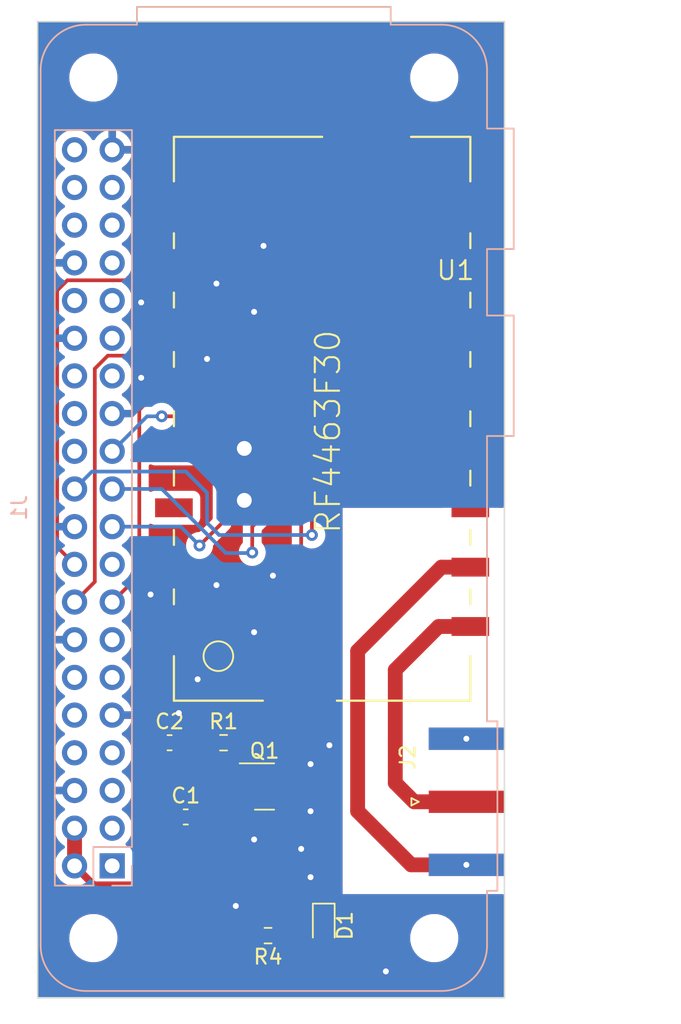
<source format=kicad_pcb>
(kicad_pcb (version 20221018) (generator pcbnew)

  (general
    (thickness 1.6)
  )

  (paper "A4")
  (layers
    (0 "F.Cu" signal)
    (31 "B.Cu" signal)
    (32 "B.Adhes" user "B.Adhesive")
    (33 "F.Adhes" user "F.Adhesive")
    (34 "B.Paste" user)
    (35 "F.Paste" user)
    (36 "B.SilkS" user "B.Silkscreen")
    (37 "F.SilkS" user "F.Silkscreen")
    (38 "B.Mask" user)
    (39 "F.Mask" user)
    (40 "Dwgs.User" user "User.Drawings")
    (41 "Cmts.User" user "User.Comments")
    (42 "Eco1.User" user "User.Eco1")
    (43 "Eco2.User" user "User.Eco2")
    (44 "Edge.Cuts" user)
    (45 "Margin" user)
    (46 "B.CrtYd" user "B.Courtyard")
    (47 "F.CrtYd" user "F.Courtyard")
    (48 "B.Fab" user)
    (49 "F.Fab" user)
    (50 "User.1" user)
    (51 "User.2" user)
    (52 "User.3" user)
    (53 "User.4" user)
    (54 "User.5" user)
    (55 "User.6" user)
    (56 "User.7" user)
    (57 "User.8" user)
    (58 "User.9" user)
  )

  (setup
    (stackup
      (layer "F.SilkS" (type "Top Silk Screen"))
      (layer "F.Paste" (type "Top Solder Paste"))
      (layer "F.Mask" (type "Top Solder Mask") (thickness 0.01))
      (layer "F.Cu" (type "copper") (thickness 0.035))
      (layer "dielectric 1" (type "core") (thickness 1.51) (material "FR4") (epsilon_r 4.5) (loss_tangent 0.02))
      (layer "B.Cu" (type "copper") (thickness 0.035))
      (layer "B.Mask" (type "Bottom Solder Mask") (thickness 0.01))
      (layer "B.Paste" (type "Bottom Solder Paste"))
      (layer "B.SilkS" (type "Bottom Silk Screen"))
      (copper_finish "None")
      (dielectric_constraints no)
    )
    (pad_to_mask_clearance 0)
    (pcbplotparams
      (layerselection 0x00010fc_ffffffff)
      (plot_on_all_layers_selection 0x0000000_00000000)
      (disableapertmacros false)
      (usegerberextensions true)
      (usegerberattributes false)
      (usegerberadvancedattributes false)
      (creategerberjobfile false)
      (dashed_line_dash_ratio 12.000000)
      (dashed_line_gap_ratio 3.000000)
      (svgprecision 6)
      (plotframeref false)
      (viasonmask false)
      (mode 1)
      (useauxorigin false)
      (hpglpennumber 1)
      (hpglpenspeed 20)
      (hpglpendiameter 15.000000)
      (dxfpolygonmode true)
      (dxfimperialunits true)
      (dxfusepcbnewfont true)
      (psnegative false)
      (psa4output false)
      (plotreference true)
      (plotvalue false)
      (plotinvisibletext false)
      (sketchpadsonfab false)
      (subtractmaskfromsilk true)
      (outputformat 1)
      (mirror false)
      (drillshape 0)
      (scaleselection 1)
      (outputdirectory "output")
    )
  )

  (net 0 "")
  (net 1 "VCC")
  (net 2 "GND")
  (net 3 "+3V3")
  (net 4 "Net-(D1-K)")
  (net 5 "unconnected-(J1-SDA{slash}GPIO2-Pad3)")
  (net 6 "unconnected-(J1-SCL{slash}GPIO3-Pad5)")
  (net 7 "unconnected-(J1-GCLK0{slash}GPIO4-Pad7)")
  (net 8 "unconnected-(J1-GPIO14{slash}TXD-Pad8)")
  (net 9 "unconnected-(J1-GPIO15{slash}RXD-Pad10)")
  (net 10 "unconnected-(J1-GPIO17-Pad11)")
  (net 11 "SDN")
  (net 12 "IT")
  (net 13 "CS")
  (net 14 "SDI")
  (net 15 "SDO")
  (net 16 "GPIO0")
  (net 17 "SCLK")
  (net 18 "unconnected-(J1-GPIO18{slash}PWM0-Pad12)")
  (net 19 "unconnected-(J1-GPIO27-Pad13)")
  (net 20 "unconnected-(J1-3V3-Pad17)")
  (net 21 "unconnected-(J1-~{CE0}{slash}GPIO8-Pad24)")
  (net 22 "unconnected-(J1-~{CE1}{slash}GPIO7-Pad26)")
  (net 23 "unconnected-(J1-ID_SD{slash}GPIO0-Pad27)")
  (net 24 "unconnected-(J1-ID_SC{slash}GPIO1-Pad28)")
  (net 25 "unconnected-(J1-GCLK1{slash}GPIO5-Pad29)")
  (net 26 "unconnected-(J1-GCLK2{slash}GPIO6-Pad31)")
  (net 27 "unconnected-(J1-PWM0{slash}GPIO12-Pad32)")
  (net 28 "unconnected-(J1-PWM1{slash}GPIO13-Pad33)")
  (net 29 "unconnected-(J1-GPIO19{slash}MISO1-Pad35)")
  (net 30 "unconnected-(J1-GPIO16-Pad36)")
  (net 31 "unconnected-(J1-GPIO26-Pad37)")
  (net 32 "unconnected-(J1-GPIO20{slash}MOSI1-Pad38)")
  (net 33 "TX_LED")
  (net 34 "unconnected-(J1-GPIO21{slash}SCLK1-Pad40)")
  (net 35 "Net-(J2-In)")
  (net 36 "Net-(J2-Ext)")
  (net 37 "Net-(Q1-B)")
  (net 38 "unconnected-(U1-NC-Pad3)")
  (net 39 "unconnected-(U1-NC-Pad4)")
  (net 40 "unconnected-(U1-NC-Pad14)")
  (net 41 "Net-(D1-A)")

  (footprint "Resistor_SMD:R_0603_1608Metric" (layer "F.Cu") (at 100.175 90))

  (footprint "npr70:RF4463F30" (layer "F.Cu") (at 115.824 58.166))

  (footprint "Connector_Coaxial:SMA_Amphenol_132289_EdgeMount" (layer "F.Cu") (at 116.5575 93.98))

  (footprint "Capacitor_SMD:C_0603_1608Metric" (layer "F.Cu") (at 97.623621 95))

  (footprint "Package_TO_SOT_SMD:SOT-23" (layer "F.Cu") (at 102.9375 92.95))

  (footprint "Capacitor_SMD:C_0603_1608Metric" (layer "F.Cu") (at 96.532 90))

  (footprint "LED_SMD:LED_0603_1608Metric" (layer "F.Cu") (at 106.934 102.327 -90))

  (footprint "Resistor_SMD:R_0603_1608Metric" (layer "F.Cu") (at 103.175 103 180))

  (footprint "Module:Raspberry_Pi_Zero_Socketed_THT_FaceDown_MountingHoles" (layer "B.Cu") (at 92.660759 98.298))

  (gr_line (start 119.126 41.402) (end 87.63 41.402)
    (stroke (width 0.1) (type solid)) (layer "Edge.Cuts") (tstamp 1cbcbc8c-b710-48db-a569-036ff3b7fdc3))
  (gr_line (start 87.63 107.188) (end 119.126 107.188)
    (stroke (width 0.1) (type solid)) (layer "Edge.Cuts") (tstamp 3d0fd239-72c6-4d90-a3ea-e3390b8b4326))
  (gr_line (start 87.63 41.402) (end 87.63 107.188)
    (stroke (width 0.1) (type solid)) (layer "Edge.Cuts") (tstamp 5ce9fb97-9956-43a9-84f9-f6e8e6ee5c79))
  (gr_line (start 119.126 107.188) (end 119.126 41.402)
    (stroke (width 0.1) (type solid)) (layer "Edge.Cuts") (tstamp 8499cc82-b35b-4f37-b1a9-3e7d39b9b9f9))

  (segment (start 96.532 98.468) (end 95.402 99.598) (width 1) (layer "F.Cu") (net 1) (tstamp 029186bb-ef10-4ff9-9619-5ac2efa92829))
  (segment (start 91.420759 99.598) (end 94.402 99.598) (width 0.5) (layer "F.Cu") (net 1) (tstamp 0cbe017f-80ec-418f-8672-e75dc700fc38))
  (segment (start 90.120759 98.298) (end 91.420759 99.598) (width 0.5) (layer "F.Cu") (net 1) (tstamp 37bd4842-e5cf-4195-a6f8-9c0625a17d0a))
  (segment (start 95.374 83.616) (end 95.374 91.298) (width 1) (layer "F.Cu") (net 1) (tstamp 6e0831a7-7ecc-43c4-8707-3c69c56d2588))
  (segment (start 96.824 82.166) (end 95.374 83.616) (width 1) (layer "F.Cu") (net 1) (tstamp 6fc33a82-e9f5-4e0e-9751-0b996ab28f80))
  (segment (start 102.35 103) (end 101.064 103) (width 0.25) (layer "F.Cu") (net 1) (tstamp 702ba226-51bb-42c9-bd09-4c82657cfd32))
  (segment (start 95.374 91.298) (end 96.532 92.456) (width 1) (layer "F.Cu") (net 1) (tstamp acd4ee2a-e1d9-4858-ad00-65edb2ce43a5))
  (segment (start 96.532 92.456) (end 96.532 98.468) (width 1) (layer "F.Cu") (net 1) (tstamp d367a89c-50ee-4839-afd0-2ef850dfaffa))
  (segment (start 101.064 103) (end 96.532 98.468) (width 0.25) (layer "F.Cu") (net 1) (tstamp eb7819ea-c239-4a85-8190-ead63aad28f8))
  (segment (start 95.402 99.598) (end 94.402 99.598) (width 1) (layer "F.Cu") (net 1) (tstamp f94c5b50-1b7f-4080-b35d-1b8b53bee683))
  (segment (start 90.120759 95.758) (end 90.120759 98.298) (width 1) (layer "F.Cu") (net 1) (tstamp ffe43b0d-e641-49dc-b5f3-48a4b5f53eb1))
  (via (at 94.615 65.405) (size 0.8) (drill 0.4) (layers "F.Cu" "B.Cu") (free) (net 2) (tstamp 0cf6a095-1fff-484a-84df-c7d41109c0bf))
  (via (at 107.315 90.17) (size 0.8) (drill 0.4) (layers "F.Cu" "B.Cu") (free) (net 2) (tstamp 193308ae-47e4-4861-8cc7-5c8ef0c90649))
  (via (at 106.045 99.06) (size 0.8) (drill 0.4) (layers "F.Cu" "B.Cu") (free) (net 2) (tstamp 3082eb5e-828d-44e9-a9c2-73ad79a8ad76))
  (via (at 95.25 80.01) (size 0.8) (drill 0.4) (layers "F.Cu" "B.Cu") (free) (net 2) (tstamp 38da0a62-4e15-4d76-b5d3-83f70e31691c))
  (via (at 105.41 97.155) (size 0.8) (drill 0.4) (layers "F.Cu" "B.Cu") (free) (net 2) (tstamp 3d188fb5-a195-4248-843a-6429489e1d93))
  (via (at 102.235 82.55) (size 0.8) (drill 0.4) (layers "F.Cu" "B.Cu") (free) (net 2) (tstamp 492afda7-f871-4b4c-ba7a-623990777c77))
  (via (at 98.425 85.725) (size 0.8) (drill 0.4) (layers "F.Cu" "B.Cu") (free) (net 2) (tstamp 50870bf7-c4cb-459e-bce3-abc499baa9d6))
  (via (at 106.045 94.615) (size 0.8) (drill 0.4) (layers "F.Cu" "B.Cu") (free) (net 2) (tstamp 5a009aff-9fc8-4a0d-93a8-b518a4f0a985))
  (via (at 99.06 64.135) (size 0.8) (drill 0.4) (layers "F.Cu" "B.Cu") (free) (net 2) (tstamp 7029d98d-dc6d-4c5e-b6a9-cebee3279c22))
  (via (at 106.045 91.44) (size 0.8) (drill 0.4) (layers "F.Cu" "B.Cu") (free) (net 2) (tstamp 71dcad88-c143-4ce9-8331-f80dec0008ec))
  (via (at 102.235 96.52) (size 0.8) (drill 0.4) (layers "F.Cu" "B.Cu") (free) (net 2) (tstamp 7a3eb37f-97a6-4669-b155-a377b5e8f335))
  (via (at 99.695 79.375) (size 0.8) (drill 0.4) (layers "F.Cu" "B.Cu") (free) (net 2) (tstamp 8324a7c8-ded2-46bc-b84b-e019e28f6738))
  (via (at 101 101) (size 0.8) (drill 0.4) (layers "F.Cu" "B.Cu") (free) (net 2) (tstamp 8e19e4fa-bed9-47a5-8e1c-b847a4cdacbb))
  (via (at 99.695 59.055) (size 0.8) (drill 0.4) (layers "F.Cu" "B.Cu") (free) (net 2) (tstamp 8e34801e-bff9-4d6f-8edf-718214926c1c))
  (via (at 97.155 88) (size 0.8) (drill 0.4) (layers "F.Cu" "B.Cu") (free) (net 2) (tstamp 941cd078-494f-4d3a-b1f4-dc08c39426fb))
  (via (at 102.87 56.515) (size 0.8) (drill 0.4) (layers "F.Cu" "B.Cu") (free) (net 2) (tstamp b4d831b3-6116-4c0d-9813-f35977304861))
  (via (at 111.125 105.41) (size 0.8) (drill 0.4) (layers "F.Cu" "B.Cu") (free) (net 2) (tstamp cf0392bf-f991-4253-9729-d801aa3f1795))
  (via (at 102.235 60.96) (size 0.8) (drill 0.4) (layers "F.Cu" "B.Cu") (free) (net 2) (tstamp d8fc2c57-d00c-4c40-83b6-c131add087db))
  (via (at 94.615 60.325) (size 0.8) (drill 0.4) (layers "F.Cu" "B.Cu") (free) (net 2) (tstamp ee079d64-6fb4-4a07-bf43-0c5cb7eb5d29))
  (via (at 103.505 78.74) (size 0.8) (drill 0.4) (layers "F.Cu" "B.Cu") (free) (net 2) (tstamp f74b7ea4-8f63-418d-bb6a-00ca9100ae57))
  (segment (start 106.934 101.5395) (end 106.1465 101.5395) (width 0.25) (layer "F.Cu") (net 4) (tstamp 1fa5961a-1b17-4a17-9c64-b0363edd949f))
  (segment (start 106.1465 101.5395) (end 104.14 99.533) (width 0.25) (layer "F.Cu") (net 4) (tstamp 2945c1f1-627b-40ca-91db-f519bd89b04b))
  (segment (start 104.14 92.964) (end 104.14 99.533) (width 0.25) (layer "F.Cu") (net 4) (tstamp 3a0d95d8-890c-4a1d-94fb-ba14980c8da5))
  (segment (start 95.886 66.166) (end 96.824 66.166) (width 0.25) (layer "F.Cu") (net 11) (tstamp 07c4a21c-8df0-4e33-863d-c690837d1b09))
  (segment (start 92.660759 80.518) (end 94.488 78.690759) (width 0.25) (layer "F.Cu") (net 11) (tstamp 3e99171a-cd41-402d-8b50-5fffb37d97bf))
  (segment (start 94.488 78.690759) (end 94.488 67.564) (width 0.25) (layer "F.Cu") (net 11) (tstamp 4c218dc9-fd6a-41c4-b2cc-7ab94f840e4e))
  (segment (start 94.488 67.564) (end 95.886 66.166) (width 0.25) (layer "F.Cu") (net 11) (tstamp e5e5bc7c-6fbd-4c37-baa4-8a2b7b850382))
  (segment (start 91.485759 79.153) (end 91.485759 64.791299) (width 0.25) (layer "F.Cu") (net 12) (tstamp 5c0ee249-7b4c-426e-bcd4-affa91756f26))
  (segment (start 91.485759 64.791299) (end 92.364058 63.913) (width 0.25) (layer "F.Cu") (net 12) (tstamp 7adf9a98-e1ad-4119-8511-1d8f0fa01362))
  (segment (start 92.364058 63.913) (end 95.077 63.913) (width 0.25) (layer "F.Cu") (net 12) (tstamp 88f5663c-4564-4ffa-a236-33a3d940fbc7))
  (segment (start 90.120759 80.518) (end 91.485759 79.153) (width 0.25) (layer "F.Cu") (net 12) (tstamp b375b9e7-c702-4f5c-a96c-6d518aa5e17c))
  (segment (start 95.077 63.913) (end 96.824 62.166) (width 0.25) (layer "F.Cu") (net 12) (tstamp f69c4574-c4d2-4c35-a536-2920992bf371))
  (segment (start 94.234 58.166) (end 96.824 58.166) (width 0.25) (layer "F.Cu") (net 13) (tstamp 0e324987-e230-421b-82da-84678925d93e))
  (segment (start 90.120759 77.978) (end 88.945759 76.803) (width 0.25) (layer "F.Cu") (net 13) (tstamp 532b887d-d4a3-4dd6-b74f-304a744305d8))
  (segment (start 88.945759 76.803) (end 88.945759 59.521299) (width 0.25) (layer "F.Cu") (net 13) (tstamp 555ad0e8-5c25-4d27-8549-32064c12b6db))
  (segment (start 93.567 58.833) (end 94.234 58.166) (width 0.25) (layer "F.Cu") (net 13) (tstamp 5984cf9c-6376-4a59-9a5f-e2b0a405572a))
  (segment (start 89.634058 58.833) (end 93.567 58.833) (width 0.25) (layer "F.Cu") (net 13) (tstamp c573350a-a1a3-4012-9295-84021fbe2f88))
  (segment (start 88.945759 59.521299) (end 89.634058 58.833) (width 0.25) (layer "F.Cu") (net 13) (tstamp ee3edbd1-847c-4f75-a7fb-3f1fefee942b))
  (segment (start 100.076 69.088) (end 110.998 58.166) (width 0.25) (layer "F.Cu") (net 14) (tstamp 52e5a68d-0855-4103-9eca-79aa079c8026))
  (segment (start 98.552 76.708) (end 100.076 75.184) (width 0.25) (layer "F.Cu") (net 14) (tstamp 7ba525f4-080b-4e22-9628-81baa4c287bd))
  (segment (start 100.076 75.184) (end 100.076 69.088) (width 0.25) (layer "F.Cu") (net 14) (tstamp 90da63f9-79e7-4f12-8d43-61c41f58770f))
  (segment (start 110.998 58.166) (end 114.554 58.166) (width 0.25) (layer "F.Cu") (net 14) (tstamp 97ac82b1-8d6b-46d2-b452-825f09286346))
  (segment (start 114.554 58.166) (end 116.824 58.166) (width 0.25) (layer "F.Cu") (net 14) (tstamp c326496f-37a6-413d-b8e6-a20746e4c00d))
  (via (at 98.552 76.708) (size 0.8) (drill 0.4) (layers "F.Cu" "B.Cu") (net 14) (tstamp 03c09b0d-860e-450d-92a0-672793b02708))
  (segment (start 92.660759 75.438) (end 97.282 75.438) (width 0.25) (layer "B.Cu") (net 14) (tstamp 43b717b1-e643-416c-a15e-f4fd3854a09d))
  (segment (start 97.282 75.438) (end 98.552 76.708) (width 0.25) (layer "B.Cu") (net 14) (tstamp 64d780fd-906a-48fa-8c2a-fcb2fb521c48))
  (segment (start 115.38 62.166) (end 116.824 62.166) (width 0.25) (layer "F.Cu") (net 15) (tstamp 54d05881-f7eb-4831-a0c6-4c2e052cdb21))
  (segment (start 102.108 75.438) (end 115.38 62.166) (width 0.25) (layer "F.Cu") (net 15) (tstamp 7f3e8a11-fc76-4d87-9749-2e18f0d9a9cb))
  (segment (start 102.108 77.1785) (end 102.108 75.438) (width 0.25) (layer "F.Cu") (net 15) (tstamp b602ebd6-efb4-4d09-b3bb-fc05d8096831))
  (via (at 102.108 77.1785) (size 0.8) (drill 0.4) (layers "F.Cu" "B.Cu") (net 15) (tstamp 531cba69-f186-4bd5-9da7-596721b39895))
  (segment (start 96.012 72.898) (end 100.33 77.216) (width 0.25) (layer "B.Cu") (net 15) (tstamp 61450ce6-4a96-4e7b-8ab3-3314869173c0))
  (segment (start 92.660759 72.898) (end 96.012 72.898) (width 0.25) (layer "B.Cu") (net 15) (tstamp c0765a80-c5b8-4e29-9559-f46e6d4da84b))
  (segment (start 102.0705 77.216) (end 102.108 77.1785) (width 0.25) (layer "B.Cu") (net 15) (tstamp c5cebf8d-201d-48e1-9735-2481ee612717))
  (segment (start 100.33 77.216) (end 102.0705 77.216) (width 0.25) (layer "B.Cu") (net 15) (tstamp e82cc299-cafa-451b-8bd0-07dcd1926ed2))
  (segment (start 109.834 70.166) (end 106.1345 73.8655) (width 0.25) (layer "F.Cu") (net 16) (tstamp 41c495cb-0972-4001-8b0b-91fe5df92d4c))
  (segment (start 106.1345 73.8655) (end 106.1345 76) (width 0.25) (layer "F.Cu") (net 16) (tstamp 9b96180a-2b8d-4fdd-bc48-2bf4c3170dc8))
  (segment (start 116.824 70.166) (end 109.834 70.166) (width 0.25) (layer "F.Cu") (net 16) (tstamp c604f4ff-f67f-4529-9405-dadd304cff5a))
  (via (at 106.1345 76) (size 0.8) (drill 0.4) (layers "F.Cu" "B.Cu") (net 16) (tstamp 9ccb9792-60d8-4929-a95f-7d9daee8d763))
  (segment (start 91.295759 71.723) (end 97.631 71.723) (width 0.25) (layer "B.Cu") (net 16) (tstamp 27bd6e3c-0fdb-4ada-bfcf-c2f4a79a0401))
  (segment (start 90.120759 72.898) (end 91.295759 71.723) (width 0.25) (layer "B.Cu") (net 16) (tstamp 673aabc8-6240-40c0-a22b-a51e544fef68))
  (segment (start 106.1345 76) (end 99.876 76) (width 0.25) (layer "B.Cu") (net 16) (tstamp 84d70ffe-15c6-49b6-bc21-b0e6d3b00fd1))
  (segment (start 99.876 76) (end 99.06 75.184) (width 0.25) (layer "B.Cu") (net 16) (tstamp 909ae1bf-e2c9-4b3c-accb-cb126ed967fe))
  (segment (start 97.631 71.723) (end 99.06 73.152) (width 0.25) (layer "B.Cu") (net 16) (tstamp b549b56a-4d9f-477d-91c8-d07fb21692f4))
  (segment (start 99.06 73.152) (end 99.06 75.184) (width 0.25) (layer "B.Cu") (net 16) (tstamp c9cac34f-5886-494c-8fdf-e9906a35fd22))
  (segment (start 96 68) (end 99 68) (width 0.25) (layer "F.Cu") (net 17) (tstamp 213f465a-3a2c-480b-8935-e97e2d81ec52))
  (segment (start 112.834 54.166) (end 116.824 54.166) (width 0.25) (layer "F.Cu") (net 17) (tstamp 763e9036-d5ce-4b95-9fbe-2e01b1aa8313))
  (segment (start 99 68) (end 112.834 54.166) (width 0.25) (layer "F.Cu") (net 17) (tstamp 9da8fd9c-ae7a-4c52-9de9-a41dadcedd4d))
  (segment (start 116.76 54.102) (end 116.824 54.166) (width 0.25) (layer "F.Cu") (net 17) (tstamp a31f7148-f82f-47dc-b51d-8f6afbfd82c5))
  (via (at 96 68) (size 0.8) (drill 0.4) (layers "F.Cu" "B.Cu") (net 17) (tstamp b94d2de5-e208-4a62-9f14-82916d18d7ce))
  (segment (start 92.660759 70.358) (end 95.018759 68) (width 0.25) (layer "B.Cu") (net 17) (tstamp 3e800a0f-01b8-44b8-bc65-ab6b1042a92d))
  (segment (start 95.018759 68) (end 96 68) (width 0.25) (layer "B.Cu") (net 17) (tstamp 5ca39f66-ed8a-4b23-952f-179a0be72538))
  (segment (start 99.35 88.66) (end 105.41 82.6) (width 0.25) (layer "F.Cu") (net 33) (tstamp 0c4177af-2845-4a9e-b68c-6185d396fbc2))
  (segment (start 116.824 66.166) (end 112.65 66.166) (width 0.25) (layer "F.Cu") (net 33) (tstamp 2287bbe4-d3db-415a-93bf-7811156f1422))
  (segment (start 105.41 73.406) (end 105.41 82.6) (width 0.25) (layer "F.Cu") (net 33) (tstamp 2a1ca8cc-f715-4701-ba6c-19a3a637b8f0))
  (segment (start 112.65 66.166) (end 105.41 73.406) (width 0.25) (layer "F.Cu") (net 33) (tstamp 550eadbf-b4e4-4b07-8c78-1df04a38d158))
  (segment (start 99.35 90) (end 99.35 88.66) (width 0.25) (layer "F.Cu") (net 33) (tstamp ac1a3b08-4328-4166-94e5-a9c9fd207cf2))
  (segment (start 111.76 85.09) (end 114.684 82.166) (width 1) (layer "F.Cu") (net 35) (tstamp 225cdc1b-dfa9-4b2e-82fa-56d7390eec87))
  (segment (start 113.03 93.98) (end 111.76 92.71) (width 1) (layer "F.Cu") (net 35) (tstamp 25fd3fdb-f225-4e44-87cc-a6dfb1bcd02d))
  (segment (start 111.76 92.71) (end 111.76 85.09) (width 1) (layer "F.Cu") (net 35) (tstamp c5e4c1aa-4042-4a61-9f57-cce7b7bc8ec5))
  (segment (start 114.684 82.166) (end 116.824 82.166) (width 1) (layer "F.Cu") (net 35) (tstamp d7b29d87-bff6-4908-b6dc-b637e2ea5458))
  (segment (start 116.5575 93.98) (end 113.03 93.98) (width 1) (layer "F.Cu") (net 35) (tstamp f714e5a7-045b-47fc-92f0-d16fd856220d))
  (segment (start 114.874 78.166) (end 116.824 78.166) (width 1) (layer "F.Cu") (net 36) (tstamp 0806f5f1-b334-404c-823f-d2bcb487763d))
  (segment (start 116.5575 98.23) (end 112.835 98.23) (width 1) (layer "F.Cu") (net 36) (tstamp 5c2502ed-da2b-4d81-a2c1-350d26a30f5a))
  (segment (start 109.22 83.82) (end 114.874 78.166) (width 1) (layer "F.Cu") (net 36) (tstamp 882407b9-5d2d-4f4d-8d0e-a33bfa0d7b94))
  (segment (start 109.22 94.615) (end 109.22 83.82) (width 1) (layer "F.Cu") (net 36) (tstamp b263aa70-2ed2-43cb-b989-6a7a72cd05ff))
  (segment (start 112.835 98.23) (end 109.22 94.615) (width 1) (layer "F.Cu") (net 36) (tstamp cb11be82-d200-4dd2-81c9-438a5d285f9d))
  (via (at 116.5575 98.23) (size 0.8) (drill 0.4) (layers "F.Cu" "B.Cu") (net 36) (tstamp 3a77f2cd-e07e-4e38-875f-2830f81afdb9))
  (via (at 116.5575 89.73) (size 0.8) (drill 0.4) (layers "F.Cu" "B.Cu") (net 36) (tstamp d9ec839c-fbff-4057-b22c-119b58df7035))
  (segment (start 102 92) (end 102 91) (width 0.25) (layer "F.Cu") (net 37) (tstamp 40b0d735-34ff-4e5b-9648-700f968bfd28))
  (segment (start 102 91) (end 101 90) (width 0.25) (layer "F.Cu") (net 37) (tstamp 60b0facd-b1e1-4d4b-a436-e1f1d51698b8))
  (segment (start 106.8195 103) (end 106.934 103.1145) (width 0.25) (layer "F.Cu") (net 41) (tstamp 334fd745-99b4-427d-8a3e-96a0b91a7b65))
  (segment (start 104 103) (end 106.8195 103) (width 0.25) (layer "F.Cu") (net 41) (tstamp b401a199-84f7-4ee9-a7a7-3301e1e5e6d0))

  (zone (net 2) (net_name "GND") (layers "F&B.Cu") (tstamp 6c7fac1c-5ee2-4335-9af5-6303fd9047c7) (hatch edge 0.508)
    (connect_pads (clearance 0.508))
    (min_thickness 0.254) (filled_areas_thickness no)
    (fill yes (thermal_gap 0.508) (thermal_bridge_width 0.508))
    (polygon
      (pts
        (xy 123.19 108.966)
        (xy 85.09 108.712)
        (xy 85.344 40.386)
        (xy 123.19 40.386)
      )
    )
    (filled_polygon
      (layer "F.Cu")
      (pts
        (xy 119.067621 41.422502)
        (xy 119.114114 41.476158)
        (xy 119.1255 41.5285)
        (xy 119.1255 74.042)
        (xy 119.105498 74.110121)
        (xy 119.051842 74.156614)
        (xy 118.9995 74.168)
        (xy 118.7285 74.168)
        (xy 118.660379 74.147998)
        (xy 118.613886 74.094342)
        (xy 118.6025 74.042)
        (xy 118.6025 73.482367)
        (xy 118.602499 73.48235)
        (xy 118.59599 73.421803)
        (xy 118.595988 73.421795)
        (xy 118.544889 73.284797)
        (xy 118.544887 73.284792)
        (xy 118.457261 73.167738)
        (xy 118.340207 73.080112)
        (xy 118.340202 73.08011)
        (xy 118.203204 73.029011)
        (xy 118.203196 73.029009)
        (xy 118.142649 73.0225)
        (xy 118.142638 73.0225)
        (xy 115.505362 73.0225)
        (xy 115.50535 73.0225)
        (xy 115.444803 73.029009)
        (xy 115.444795 73.029011)
        (xy 115.307797 73.08011)
        (xy 115.307792 73.080112)
        (xy 115.190738 73.167738)
        (xy 115.103112 73.284792)
        (xy 115.10311 73.284797)
        (xy 115.052011 73.421795)
        (xy 115.052009 73.421803)
        (xy 115.0455 73.48235)
        (xy 115.0455 74.042)
        (xy 115.025498 74.110121)
        (xy 114.971842 74.156614)
        (xy 114.9195 74.168)
        (xy 108.204 74.168)
        (xy 108.204 100.203)
        (xy 118.9995 100.203)
        (xy 119.067621 100.223002)
        (xy 119.114114 100.276658)
        (xy 119.1255 100.329)
        (xy 119.1255 107.0615)
        (xy 119.105498 107.129621)
        (xy 119.051842 107.176114)
        (xy 118.9995 107.1875)
        (xy 87.7565 107.1875)
        (xy 87.688379 107.167498)
        (xy 87.641886 107.113842)
        (xy 87.6305 107.0615)
        (xy 87.6305 103.168)
        (xy 89.760233 103.168)
        (xy 89.780307 103.42307)
        (xy 89.835629 103.653502)
        (xy 89.840037 103.67186)
        (xy 89.88789 103.787387)
        (xy 89.937683 103.9076)
        (xy 89.93795 103.908243)
        (xy 90.031252 104.060499)
        (xy 90.071637 104.1264)
        (xy 90.071638 104.126402)
        (xy 90.237802 104.320956)
        (xy 90.432356 104.48712)
        (xy 90.43236 104.487123)
        (xy 90.650516 104.620809)
        (xy 90.886899 104.718722)
        (xy 91.135689 104.778452)
        (xy 91.285042 104.790206)
        (xy 91.326893 104.7935)
        (xy 91.326896 104.7935)
        (xy 91.454625 104.7935)
        (xy 91.491145 104.790625)
        (xy 91.645829 104.778452)
        (xy 91.894619 104.718722)
        (xy 92.131002 104.620809)
        (xy 92.349158 104.487123)
        (xy 92.543715 104.320956)
        (xy 92.709882 104.126399)
        (xy 92.843568 103.908243)
        (xy 92.941481 103.67186)
        (xy 93.001211 103.42307)
        (xy 93.021285 103.168)
        (xy 93.001211 102.91293)
        (xy 92.941481 102.66414)
        (xy 92.843568 102.427757)
        (xy 92.709882 102.209601)
        (xy 92.709879 102.209597)
        (xy 92.543715 102.015043)
        (xy 92.349161 101.848879)
        (xy 92.349159 101.848878)
        (xy 92.349158 101.848877)
        (xy 92.131002 101.715191)
        (xy 91.894619 101.617278)
        (xy 91.894617 101.617277)
        (xy 91.894616 101.617277)
        (xy 91.760728 101.585133)
        (xy 91.645829 101.557548)
        (xy 91.64583 101.557548)
        (xy 91.454625 101.5425)
        (xy 91.454622 101.5425)
        (xy 91.326896 101.5425)
        (xy 91.326893 101.5425)
        (xy 91.135688 101.557548)
        (xy 90.886901 101.617277)
        (xy 90.650517 101.71519)
        (xy 90.432358 101.848878)
        (xy 90.432356 101.848879)
        (xy 90.237802 102.015043)
        (xy 90.071638 102.209597)
        (xy 90.071637 102.209599)
        (xy 89.937949 102.427758)
        (xy 89.840036 102.664142)
        (xy 89.780307 102.912929)
        (xy 89.760233 103.168)
        (xy 87.6305 103.168)
        (xy 87.6305 59.501242)
        (xy 88.307539 59.501242)
        (xy 88.311979 59.548216)
        (xy 88.312259 59.554149)
        (xy 88.312259 76.719146)
        (xy 88.31051 76.734988)
        (xy 88.310803 76.735016)
        (xy 88.310057 76.742907)
        (xy 88.312259 76.812957)
        (xy 88.312259 76.842851)
        (xy 88.31226 76.842872)
        (xy 88.313137 76.84982)
        (xy 88.313603 76.855732)
        (xy 88.315085 76.902888)
        (xy 88.315086 76.902893)
        (xy 88.320736 76.922339)
        (xy 88.324745 76.941697)
        (xy 88.327284 76.961793)
        (xy 88.327285 76.961799)
        (xy 88.344652 77.005662)
        (xy 88.346575 77.011279)
        (xy 88.359741 77.056593)
        (xy 88.370053 77.074031)
        (xy 88.378747 77.091779)
        (xy 88.386203 77.110609)
        (xy 88.386209 77.11062)
        (xy 88.413936 77.148783)
        (xy 88.417196 77.153746)
        (xy 88.441219 77.194365)
        (xy 88.455538 77.208684)
        (xy 88.468376 77.223714)
        (xy 88.477915 77.236843)
        (xy 88.480287 77.240107)
        (xy 88.508553 77.263491)
        (xy 88.516645 77.270185)
        (xy 88.521026 77.274171)
        (xy 88.745972 77.499117)
        (xy 88.770891 77.524036)
        (xy 88.804917 77.586348)
        (xy 88.803941 77.644061)
        (xy 88.776195 77.753628)
        (xy 88.757603 77.978)
        (xy 88.776196 78.202375)
        (xy 88.831461 78.420612)
        (xy 88.831462 78.420613)
        (xy 88.9219 78.626793)
        (xy 89.045034 78.815265)
        (xy 89.045038 78.81527)
        (xy 89.197521 78.980908)
        (xy 89.24235 79.0158)
        (xy 89.375183 79.119189)
        (xy 89.398263 79.131679)
        (xy 89.408439 79.137186)
        (xy 89.45883 79.1872)
        (xy 89.474182 79.256516)
        (xy 89.449621 79.323129)
        (xy 89.408439 79.358814)
        (xy 89.375185 79.37681)
        (xy 89.375183 79.376811)
        (xy 89.197521 79.515091)
        (xy 89.045038 79.680729)
        (xy 89.045034 79.680734)
        (xy 88.9219 79.869206)
        (xy 88.831462 80.075386)
        (xy 88.831461 80.075387)
        (xy 88.776196 80.293624)
        (xy 88.757603 80.517999)
        (xy 88.776196 80.742375)
        (xy 88.831461 80.960612)
        (xy 88.831462 80.960613)
        (xy 88.831463 80.960616)
        (xy 88.92054 81.163692)
        (xy 88.9219 81.166793)
        (xy 89.045034 81.355265)
        (xy 89.045038 81.35527)
        (xy 89.197521 81.520908)
        (xy 89.25209 81.563381)
        (xy 89.375183 81.659189)
        (xy 89.408964 81.67747)
        (xy 89.459355 81.727482)
        (xy 89.474708 81.796799)
        (xy 89.450148 81.863412)
        (xy 89.408968 81.899096)
        (xy 89.375463 81.917228)
        (xy 89.375457 81.917232)
        (xy 89.197856 82.055465)
        (xy 89.045433 82.221041)
        (xy 88.922339 82.409451)
        (xy 88.831938 82.615543)
        (xy 88.831935 82.61555)
        (xy 88.784214 82.803999)
        (xy 88.784215 82.804)
        (xy 89.505915 82.804)
        (xy 89.574036 82.824002)
        (xy 89.620529 82.877658)
        (xy 89.630633 82.947932)
        (xy 89.626812 82.965496)
        (xy 89.620759 82.986111)
        (xy 89.620759 83.129888)
        (xy 89.626812 83.150504)
        (xy 89.626811 83.2215)
        (xy 89.588426 83.281226)
        (xy 89.523845 83.310718)
        (xy 89.505915 83.312)
        (xy 88.784214 83.312)
        (xy 88.831935 83.500449)
        (xy 88.831938 83.500456)
        (xy 88.922339 83.706548)
        (xy 89.045433 83.894958)
        (xy 89.197856 84.060534)
        (xy 89.375457 84.198767)
        (xy 89.375463 84.198771)
        (xy 89.408966 84.216902)
        (xy 89.459356 84.266915)
        (xy 89.474708 84.336232)
        (xy 89.450147 84.402845)
        (xy 89.408966 84.438528)
        (xy 89.375189 84.456807)
        (xy 89.375183 84.456811)
        (xy 89.197521 84.595091)
        (xy 89.045038 84.760729)
        (xy 89.045034 84.760734)
        (xy 88.9219 84.949206)
        (xy 88.831462 85.155386)
        (xy 88.831461 85.155387)
        (xy 88.776196 85.373624)
        (xy 88.776195 85.37363)
        (xy 88.776195 85.373632)
        (xy 88.757603 85.598)
        (xy 88.773256 85.786906)
        (xy 88.776196 85.822375)
        (xy 88.831461 86.040612)
        (xy 88.831462 86.040613)
        (xy 88.9219 86.246793)
        (xy 89.045034 86.435265)
        (xy 89.045038 86.43527)
        (xy 89.197521 86.600908)
        (xy 89.25209 86.643381)
        (xy 89.375183 86.739189)
        (xy 89.408439 86.757186)
        (xy 89.45883 86.8072)
        (xy 89.474182 86.876516)
        (xy 89.449621 86.943129)
        (xy 89.408439 86.978813)
        (xy 89.375185 86.99681)
        (xy 89.375183 86.996811)
        (xy 89.197521 87.135091)
        (xy 89.045038 87.300729)
        (xy 89.045034 87.300734)
        (xy 88.9219 87.489206)
        (xy 88.831462 87.695386)
        (xy 88.831461 87.695387)
        (xy 88.776196 87.913624)
        (xy 88.776195 87.91363)
        (xy 88.776195 87.913632)
        (xy 88.757603 88.138)
        (xy 88.774991 88.347844)
        (xy 88.776196 88.362375)
        (xy 88.831461 88.580612)
        (xy 88.831462 88.580613)
        (xy 88.831463 88.580616)
        (xy 88.921899 88.786791)
        (xy 88.9219 88.786793)
        (xy 89.045034 88.975265)
        (xy 89.045038 88.97527)
        (xy 89.136085 89.074172)
        (xy 89.192287 89.135223)
        (xy 89.197521 89.140908)
        (xy 89.235817 89.170715)
        (xy 89.375183 89.279189)
        (xy 89.407912 89.296901)
        (xy 89.408439 89.297186)
        (xy 89.45883 89.3472)
        (xy 89.474182 89.416516)
        (xy 89.449621 89.483129)
        (xy 89.408439 89.518813)
        (xy 89.375185 89.53681)
        (xy 89.375183 89.536811)
        (xy 89.197521 89.675091)
        (xy 89.045038 89.840729)
        (xy 89.045034 89.840734)
        (xy 88.9219 90.029206)
        (xy 88.831462 90.235386)
        (xy 88.831461 90.235387)
        (xy 88.776196 90.453624)
        (xy 88.776195 90.45363)
        (xy 88.776195 90.453632)
        (xy 88.757603 90.678)
        (xy 88.770106 90.82889)
        (xy 88.776196 90.902375)
        (xy 88.831461 91.120612)
        (xy 88.831462 91.120613)
        (xy 88.831463 91.120616)
        (xy 88.90927 91.298)
        (xy 88.9219 91.326793)
        (xy 89.045034 91.515265)
        (xy 89.045038 91.51527)
        (xy 89.197521 91.680908)
        (xy 89.234647 91.709804)
        (xy 89.375183 91.819189)
        (xy 89.408964 91.83747)
        (xy 89.459355 91.887482)
        (xy 89.474708 91.956799)
        (xy 89.450148 92.023412)
        (xy 89.408968 92.059096)
        (xy 89.375463 92.077228)
        (xy 89.375457 92.077232)
        (xy 89.197856 92.215465)
        (xy 89.045433 92.381041)
        (xy 88.922339 92.569451)
        (xy 88.831938 92.775543)
        (xy 88.831935 92.77555)
        (xy 88.784214 92.963999)
        (xy 88.784215 92.964)
        (xy 89.505915 92.964)
        (xy 89.574036 92.984002)
        (xy 89.620529 93.037658)
        (xy 89.630633 93.107932)
        (xy 89.626812 93.125496)
        (xy 89.620759 93.146111)
        (xy 89.620759 93.289888)
        (xy 89.626812 93.310504)
        (xy 89.626811 93.3815)
        (xy 89.588426 93.441226)
        (xy 89.523845 93.470718)
        (xy 89.505915 93.472)
        (xy 88.784214 93.472)
        (xy 88.831935 93.660449)
        (xy 88.831938 93.660456)
        (xy 88.922339 93.866548)
        (xy 89.045433 94.054958)
        (xy 89.197856 94.220534)
        (xy 89.375457 94.358767)
        (xy 89.375463 94.358771)
        (xy 89.408966 94.376902)
        (xy 89.459356 94.426915)
        (xy 89.474708 94.496232)
        (xy 89.450147 94.562845)
        (xy 89.408966 94.598528)
        (xy 89.375189 94.616807)
        (xy 89.375183 94.616811)
        (xy 89.197521 94.755091)
        (xy 89.045038 94.920729)
        (xy 89.045034 94.920734)
        (xy 88.9219 95.109206)
        (xy 88.831462 95.315386)
        (xy 88.831461 95.315387)
        (xy 88.776196 95.533624)
        (xy 88.776195 95.53363)
        (xy 88.776195 95.533632)
        (xy 88.757603 95.758)
        (xy 88.775397 95.972742)
        (xy 88.776196 95.982375)
        (xy 88.831461 96.200612)
        (xy 88.831462 96.200613)
        (xy 88.9219 96.406793)
        (xy 89.045037 96.595269)
        (xy 89.078958 96.632115)
        (xy 89.110381 96.695779)
        (xy 89.112259 96.717454)
        (xy 89.112259 97.338543)
        (xy 89.092257 97.406664)
        (xy 89.07896 97.42388)
        (xy 89.045044 97.460722)
        (xy 89.045034 97.460734)
        (xy 88.9219 97.649206)
        (xy 88.831462 97.855386)
        (xy 88.831461 97.855387)
        (xy 88.776196 98.073624)
        (xy 88.776195 98.07363)
        (xy 88.776195 98.073632)
        (xy 88.757603 98.298)
        (xy 88.775118 98.509374)
        (xy 88.776196 98.522375)
        (xy 88.831461 98.740612)
        (xy 88.831462 98.740613)
        (xy 88.9219 98.946793)
        (xy 89.045034 99.135265)
        (xy 89.045038 99.13527)
        (xy 89.197521 99.300908)
        (xy 89.25209 99.343381)
        (xy 89.375183 99.439189)
        (xy 89.573185 99.546342)
        (xy 89.573186 99.546342)
        (xy 89.573187 99.546343)
        (xy 89.650464 99.572872)
        (xy 89.786124 99.619444)
        (xy 90.00819 99.6565)
        (xy 90.008194 99.6565)
        (xy 90.233329 99.6565)
        (xy 90.266797 99.650915)
        (xy 90.317829 99.642399)
        (xy 90.388312 99.650915)
        (xy 90.427663 99.677585)
        (xy 90.838851 100.088773)
        (xy 90.850824 100.102627)
        (xy 90.865289 100.122057)
        (xy 90.905734 100.155994)
        (xy 90.90978 100.159702)
        (xy 90.915659 100.165581)
        (xy 90.941654 100.186135)
        (xy 91.001119 100.236032)
        (xy 91.001125 100.236035)
        (xy 91.007254 100.240067)
        (xy 91.007217 100.240122)
        (xy 91.01357 100.244169)
        (xy 91.013606 100.244113)
        (xy 91.019851 100.247965)
        (xy 91.019854 100.247967)
        (xy 91.090211 100.280775)
        (xy 91.159571 100.315609)
        (xy 91.159572 100.315609)
        (xy 91.159576 100.315611)
        (xy 91.166472 100.318121)
        (xy 91.166448 100.318185)
        (xy 91.173564 100.320659)
        (xy 91.173586 100.320595)
        (xy 91.18055 100.322903)
        (xy 91.256608 100.338607)
        (xy 91.290625 100.346669)
        (xy 91.332103 100.3565)
        (xy 91.332109 100.3565)
        (xy 91.339392 100.357352)
        (xy 91.339384 100.357419)
        (xy 91.346881 100.358185)
        (xy 91.346887 100.358119)
        (xy 91.354194 100.358757)
        (xy 91.354201 100.358759)
        (xy 91.431839 100.3565)
        (xy 93.691442 100.3565)
        (xy 93.759563 100.376502)
        (xy 93.771375 100.385101)
        (xy 93.838992 100.440592)
        (xy 93.838992 100.440593)
        (xy 93.838996 100.440595)
        (xy 94.014196 100.534241)
        (xy 94.204299 100.591908)
        (xy 94.204303 100.591908)
        (xy 94.204305 100.591909)
        (xy 94.288513 100.600202)
        (xy 94.352453 100.6065)
        (xy 95.349356 100.6065)
        (xy 95.355535 100.606804)
        (xy 95.401997 100.61138)
        (xy 95.402 100.61138)
        (xy 95.402004 100.61138)
        (xy 95.599692 100.59191)
        (xy 95.599693 100.591909)
        (xy 95.599701 100.591909)
        (xy 95.789804 100.534241)
        (xy 95.789804 100.53424)
        (xy 95.80444 100.529801)
        (xy 95.814754 100.520904)
        (xy 95.965004 100.440595)
        (xy 96.118568 100.314568)
        (xy 96.148211 100.278445)
        (xy 96.152325 100.273907)
        (xy 96.708071 99.718161)
        (xy 96.770381 99.684138)
        (xy 96.841197 99.689203)
        (xy 96.886259 99.718164)
        (xy 100.556755 103.38866)
        (xy 100.56672 103.401097)
        (xy 100.566947 103.40091)
        (xy 100.571999 103.407017)
        (xy 100.623078 103.454983)
        (xy 100.644223 103.476129)
        (xy 100.644227 103.476132)
        (xy 100.64423 103.476135)
        (xy 100.649782 103.480442)
        (xy 100.654269 103.484273)
        (xy 100.676959 103.505581)
        (xy 100.688677 103.516585)
        (xy 100.688679 103.516586)
        (xy 100.706428 103.526343)
        (xy 100.722953 103.537198)
        (xy 100.738959 103.549614)
        (xy 100.780686 103.56767)
        (xy 100.782262 103.568352)
        (xy 100.787583 103.570958)
        (xy 100.82894 103.593695)
        (xy 100.828948 103.593697)
        (xy 100.848558 103.598732)
        (xy 100.867267 103.605137)
        (xy 100.885855 103.613181)
        (xy 100.932477 103.620564)
        (xy 100.938262 103.621763)
        (xy 100.98397 103.6335)
        (xy 101.004224 103.6335)
        (xy 101.023934 103.635051)
        (xy 101.026141 103.6354)
        (xy 101.043943 103.63822)
        (xy 101.07787 103.635012)
        (xy 101.090917 103.63378)
        (xy 101.09685 103.6335)
        (xy 101.467757 103.6335)
        (xy 101.535878 103.653502)
        (xy 101.575585 103.694315)
        (xy 101.588179 103.715148)
        (xy 101.588189 103.715161)
        (xy 101.709839 103.836811)
        (xy 101.709844 103.836815)
        (xy 101.709845 103.836816)
        (xy 101.857087 103.925827)
        (xy 102.021351 103.977013)
        (xy 102.092735 103.9835)
        (xy 102.607264 103.983499)
        (xy 102.678649 103.977013)
        (xy 102.842913 103.925827)
        (xy 102.990155 103.836816)
        (xy 102.990159 103.83681)
        (xy 103.085905 103.741067)
        (xy 103.148217 103.707041)
        (xy 103.219032 103.712106)
        (xy 103.264095 103.741067)
        (xy 103.359839 103.836811)
        (xy 103.359844 103.836815)
        (xy 103.359845 103.836816)
        (xy 103.507087 103.925827)
        (xy 103.671351 103.977013)
        (xy 103.742735 103.9835)
        (xy 104.257264 103.983499)
        (xy 104.328649 103.977013)
        (xy 104.492913 103.925827)
        (xy 104.640155 103.836816)
        (xy 104.761816 103.715155)
        (xy 104.766721 103.707041)
        (xy 104.774415 103.694315)
        (xy 104.826774 103.646367)
        (xy 104.882243 103.6335)
        (xy 105.938159 103.6335)
        (xy 106.00628 103.653502)
        (xy 106.045397 103.69335)
        (xy 106.103399 103.787387)
        (xy 106.1034 103.787387)
        (xy 106.103405 103.787393)
        (xy 106.223606 103.907594)
        (xy 106.223612 103.907599)
        (xy 106.223613 103.9076)
        (xy 106.368308 103.996849)
        (xy 106.529686 104.050324)
        (xy 106.629289 104.0605)
        (xy 107.23871 104.060499)
        (xy 107.338314 104.050324)
        (xy 107.499692 103.996849)
        (xy 107.644387 103.9076)
        (xy 107.7646 103.787387)
        (xy 107.853849 103.642692)
        (xy 107.907324 103.481314)
        (xy 107.9175 103.381711)
        (xy 107.9175 103.168)
        (xy 112.760233 103.168)
        (xy 112.780307 103.42307)
        (xy 112.835629 103.653502)
        (xy 112.840037 103.67186)
        (xy 112.88789 103.787387)
        (xy 112.937683 103.9076)
        (xy 112.93795 103.908243)
        (xy 113.031252 104.060499)
        (xy 113.071637 104.1264)
        (xy 113.071638 104.126402)
        (xy 113.237802 104.320956)
        (xy 113.432356 104.48712)
        (xy 113.43236 104.487123)
        (xy 113.650516 104.620809)
        (xy 113.886899 104.718722)
        (xy 114.135689 104.778452)
        (xy 114.285042 104.790206)
        (xy 114.326893 104.7935)
        (xy 114.326896 104.7935)
        (xy 114.454625 104.7935)
        (xy 114.491145 104.790625)
        (xy 114.645829 104.778452)
        (xy 114.894619 104.718722)
        (xy 115.131002 104.620809)
        (xy 115.349158 104.487123)
        (xy 115.543715 104.320956)
        (xy 115.709882 104.126399)
        (xy 115.843568 103.908243)
        (xy 115.941481 103.67186)
        (xy 116.001211 103.42307)
        (xy 116.021285 103.168)
        (xy 116.001211 102.91293)
        (xy 115.941481 102.66414)
        (xy 115.843568 102.427757)
        (xy 115.709882 102.209601)
        (xy 115.709879 102.209597)
        (xy 115.543715 102.015043)
        (xy 115.349161 101.848879)
        (xy 115.349159 101.848878)
        (xy 115.349158 101.848877)
        (xy 115.131002 101.715191)
        (xy 114.894619 101.617278)
        (xy 114.894617 101.617277)
        (xy 114.894616 101.617277)
        (xy 114.760728 101.585133)
        (xy 114.645829 101.557548)
        (xy 114.64583 101.557548)
        (xy 114.454625 101.5425)
        (xy 114.454622 101.5425)
        (xy 114.326896 101.5425)
        (xy 114.326893 101.5425)
        (xy 114.135688 101.557548)
        (xy 113.886901 101.617277)
        (xy 113.650517 101.71519)
        (xy 113.432358 101.848878)
        (xy 113.432356 101.848879)
        (xy 113.237802 102.015043)
        (xy 113.071638 102.209597)
        (xy 113.071637 102.209599)
        (xy 112.937949 102.427758)
        (xy 112.840036 102.664142)
        (xy 112.780307 102.912929)
        (xy 112.760233 103.168)
        (xy 107.9175 103.168)
        (xy 107.917499 102.84729)
        (xy 107.907324 102.747686)
        (xy 107.853849 102.586308)
        (xy 107.7646 102.441613)
        (xy 107.739081 102.416094)
        (xy 107.705057 102.353785)
        (xy 107.710121 102.282969)
        (xy 107.739081 102.237905)
        (xy 107.7646 102.212387)
        (xy 107.853849 102.067692)
        (xy 107.907324 101.906314)
        (xy 107.9175 101.806711)
        (xy 107.917499 101.27229)
        (xy 107.907324 101.172686)
        (xy 107.853849 101.011308)
        (xy 107.7646 100.866613)
        (xy 107.764599 100.866612)
        (xy 107.764594 100.866606)
        (xy 107.644393 100.746405)
        (xy 107.644387 100.7464)
        (xy 107.499692 100.657151)
        (xy 107.499692 100.65715)
        (xy 107.338314 100.603676)
        (xy 107.338311 100.603675)
        (xy 107.338309 100.603675)
        (xy 107.238719 100.5935)
        (xy 106.629289 100.5935)
        (xy 106.52969 100.603675)
        (xy 106.529687 100.603675)
        (xy 106.529686 100.603676)
        (xy 106.506437 100.61138)
        (xy 106.368304 100.657152)
        (xy 106.324295 100.684297)
        (xy 106.255815 100.703033)
        (xy 106.188076 100.681772)
        (xy 106.169055 100.66615)
        (xy 104.810405 99.3075)
        (xy 104.776379 99.245188)
        (xy 104.7735 99.218405)
        (xy 104.7735 93.752982)
        (xy 104.793502 93.684861)
        (xy 104.83536 93.644529)
        (xy 104.869307 93.624453)
        (xy 104.986953 93.506807)
        (xy 105.071645 93.363601)
        (xy 105.118062 93.203831)
        (xy 105.121 93.166502)
        (xy 105.121 92.733498)
        (xy 105.118062 92.696169)
        (xy 105.071645 92.536399)
        (xy 105.071643 92.536397)
        (xy 105.071643 92.536394)
        (xy 104.986955 92.393196)
        (xy 104.98695 92.393189)
        (xy 104.86931 92.275549)
        (xy 104.869303 92.275544)
        (xy 104.726105 92.190856)
        (xy 104.566329 92.144437)
        (xy 104.529006 92.1415)
        (xy 104.529002 92.1415)
        (xy 103.372 92.1415)
        (xy 103.303879 92.121498)
        (xy 103.257386 92.067842)
        (xy 103.246 92.0155)
        (xy 103.246 91.783494)
        (xy 103.243062 91.74617)
        (xy 103.243062 91.746169)
        (xy 103.196645 91.586399)
        (xy 103.196643 91.586397)
        (xy 103.196643 91.586394)
        (xy 103.111955 91.443196)
        (xy 103.11195 91.443189)
        (xy 102.99431 91.325549)
        (xy 102.994303 91.325544)
        (xy 102.851105 91.240856)
        (xy 102.724519 91.20408)
        (xy 102.664684 91.165867)
        (xy 102.635006 91.101371)
        (xy 102.636244 91.068106)
        (xy 102.634956 91.067985)
        (xy 102.6357 91.060099)
        (xy 102.635702 91.060092)
        (xy 102.6335 90.990028)
        (xy 102.6335 90.960144)
        (xy 102.63262 90.953182)
        (xy 102.632156 90.947293)
        (xy 102.630674 90.900111)
        (xy 102.62502 90.880652)
        (xy 102.621012 90.861297)
        (xy 102.618474 90.841203)
        (xy 102.601103 90.797329)
        (xy 102.599189 90.79174)
        (xy 102.586019 90.746407)
        (xy 102.575703 90.728964)
        (xy 102.567005 90.711209)
        (xy 102.559552 90.692383)
        (xy 102.531818 90.65421)
        (xy 102.528558 90.649247)
        (xy 102.504542 90.608638)
        (xy 102.490214 90.59431)
        (xy 102.477384 90.579289)
        (xy 102.465472 90.562893)
        (xy 102.465469 90.562891)
        (xy 102.465469 90.56289)
        (xy 102.429113 90.532813)
        (xy 102.424721 90.528817)
        (xy 101.945403 90.049498)
        (xy 101.911378 89.987186)
        (xy 101.908499 89.960403)
        (xy 101.908499 89.667738)
        (xy 101.902013 89.596353)
        (xy 101.902013 89.596352)
        (xy 101.888764 89.553835)
        (xy 101.850827 89.432087)
        (xy 101.761816 89.284845)
        (xy 101.761815 89.284844)
        (xy 101.761811 89.284839)
        (xy 101.64016 89.163188)
        (xy 101.640155 89.163184)
        (xy 101.542812 89.104338)
        (xy 101.492913 89.074173)
        (xy 101.492912 89.074172)
        (xy 101.492911 89.074172)
        (xy 101.492906 89.07417)
        (xy 101.328646 89.022986)
        (xy 101.276722 89.018268)
        (xy 101.257265 89.0165)
        (xy 101.257262 89.0165)
        (xy 100.742738 89.0165)
        (xy 100.671353 89.022986)
        (xy 100.671352 89.022986)
        (xy 100.507093 89.07417)
        (xy 100.507088 89.074172)
        (xy 100.359844 89.163184)
        (xy 100.264094 89.258934)
        (xy 100.201782 89.292959)
        (xy 100.130966 89.287893)
        (xy 100.085905 89.258934)
        (xy 100.020404 89.193433)
        (xy 99.986379 89.13112)
        (xy 99.9835 89.104338)
        (xy 99.9835 88.974593)
        (xy 100.003502 88.906472)
        (xy 100.020405 88.885498)
        (xy 101.485903 87.42)
        (xy 103.546 87.42)
        (xy 103.546 88.484597)
        (xy 103.552505 88.545093)
        (xy 103.603555 88.681964)
        (xy 103.603555 88.681965)
        (xy 103.691095 88.798904)
        (xy 103.808034 88.886444)
        (xy 103.944906 88.937494)
        (xy 104.005402 88.943999)
        (xy 104.005415 88.944)
        (xy 105.07 88.944)
        (xy 105.07 87.42)
        (xy 105.578 87.42)
        (xy 105.578 88.944)
        (xy 106.642585 88.944)
        (xy 106.642597 88.943999)
        (xy 106.703093 88.937494)
        (xy 106.839964 88.886444)
        (xy 106.839965 88.886444)
        (xy 106.956904 88.798904)
        (xy 107.044444 88.681965)
        (xy 107.044444 88.681964)
        (xy 107.095494 88.545093)
        (xy 107.101999 88.484597)
        (xy 107.102 88.484585)
        (xy 107.102 87.42)
        (xy 105.578 87.42)
        (xy 105.07 87.42)
        (xy 103.546 87.42)
        (xy 101.485903 87.42)
        (xy 101.605174 87.300729)
        (xy 103.4021 85.503802)
        (xy 103.46441 85.469778)
        (xy 103.535225 85.474843)
        (xy 103.592061 85.51739)
        (xy 103.616872 85.58391)
        (xy 103.604507 85.640774)
        (xy 103.606704 85.641594)
        (xy 103.552505 85.786906)
        (xy 103.546 85.847402)
        (xy 103.546 86.912)
        (xy 105.07 86.912)
        (xy 105.07 85.388)
        (xy 105.578 85.388)
        (xy 105.578 86.912)
        (xy 107.102 86.912)
        (xy 107.102 85.847414)
        (xy 107.101999 85.847402)
        (xy 107.095494 85.786906)
        (xy 107.044444 85.650035)
        (xy 107.044444 85.650034)
        (xy 106.956904 85.533095)
        (xy 106.839965 85.445555)
        (xy 106.703093 85.394505)
        (xy 106.642597 85.388)
        (xy 105.578 85.388)
        (xy 105.07 85.388)
        (xy 104.005402 85.388)
        (xy 103.944906 85.394505)
        (xy 103.799594 85.448704)
        (xy 103.798774 85.446506)
        (xy 103.741886 85.45887)
        (xy 103.67537 85.434046)
        (xy 103.632835 85.377202)
        (xy 103.627784 85.306386)
        (xy 103.661802 85.2441)
        (xy 105.798657 83.107245)
        (xy 105.811092 83.097284)
        (xy 105.810905 83.097057)
        (xy 105.817009 83.092005)
        (xy 105.817018 83.092)
        (xy 105.864999 83.040904)
        (xy 105.886134 83.01977)
        (xy 105.890429 83.014232)
        (xy 105.894271 83.009731)
        (xy 105.926586 82.975321)
        (xy 105.936345 82.957567)
        (xy 105.947197 82.941046)
        (xy 105.959613 82.925041)
        (xy 105.978347 82.881748)
        (xy 105.980961 82.876412)
        (xy 105.99568 82.849638)
        (xy 106.003695 82.83506)
        (xy 106.008733 82.815435)
        (xy 106.015138 82.79673)
        (xy 106.023181 82.778145)
        (xy 106.030561 82.731547)
        (xy 106.031762 82.72574)
        (xy 106.0435 82.68003)
        (xy 106.0435 82.659775)
        (xy 106.045051 82.640063)
        (xy 106.046162 82.633048)
        (xy 106.04822 82.620057)
        (xy 106.045629 82.592651)
        (xy 106.04378 82.57308)
        (xy 106.0435 82.567148)
        (xy 106.0435 77.0345)
        (xy 106.063502 76.966379)
        (xy 106.117158 76.919886)
        (xy 106.1695 76.9085)
        (xy 106.229987 76.9085)
        (xy 106.416788 76.868794)
        (xy 106.591252 76.791118)
        (xy 106.745753 76.678866)
        (xy 106.756394 76.667048)
        (xy 106.873534 76.536951)
        (xy 106.873535 76.536949)
        (xy 106.87354 76.536944)
        (xy 106.969027 76.371556)
        (xy 107.028042 76.189928)
        (xy 107.048004 76)
        (xy 107.028042 75.810072)
        (xy 106.969027 75.628444)
        (xy 106.87804 75.47085)
        (xy 106.873542 75.463059)
        (xy 106.873541 75.463058)
        (xy 106.87354 75.463056)
        (xy 106.800363 75.381784)
        (xy 106.769646 75.317776)
        (xy 106.768 75.297474)
        (xy 106.768 74.781373)
        (xy 106.767999 74.18009)
        (xy 106.788001 74.111973)
        (xy 106.804899 74.091004)
        (xy 110.059499 70.836405)
        (xy 110.121812 70.802379)
        (xy 110.148595 70.7995)
        (xy 114.926929 70.7995)
        (xy 114.99505 70.819502)
        (xy 115.041543 70.873158)
        (xy 115.049636 70.902658)
        (xy 115.050197 70.902526)
        (xy 115.052011 70.910204)
        (xy 115.10311 71.047202)
        (xy 115.103112 71.047207)
        (xy 115.190738 71.164261)
        (xy 115.307792 71.251887)
        (xy 115.307794 71.251888)
        (xy 115.307796 71.251889)
        (xy 115.351165 71.268065)
        (xy 115.444795 71.302988)
        (xy 115.444803 71.30299)
        (xy 115.50535 71.309499)
        (xy 115.505355 71.309499)
        (xy 115.505362 71.3095)
        (xy 115.505368 71.3095)
        (xy 118.142632 71.3095)
        (xy 118.142638 71.3095)
        (xy 118.142645 71.309499)
        (xy 118.142649 71.309499)
        (xy 118.203196 71.30299)
        (xy 118.203199 71.302989)
        (xy 118.203201 71.302989)
        (xy 118.340204 71.251889)
        (xy 118.359016 71.237807)
        (xy 118.457261 71.164261)
        (xy 118.544887 71.047207)
        (xy 118.544887 71.047206)
        (xy 118.544889 71.047204)
        (xy 118.595989 70.910201)
        (xy 118.596815 70.902526)
        (xy 118.602499 70.849649)
        (xy 118.6025 70.849632)
        (xy 118.6025 69.482367)
        (xy 118.602499 69.48235)
        (xy 118.59599 69.421803)
        (xy 118.595988 69.421795)
        (xy 118.559507 69.323988)
        (xy 118.544889 69.284796)
        (xy 118.544888 69.284794)
        (xy 118.544887 69.284792)
        (xy 118.457261 69.167738)
        (xy 118.340207 69.080112)
        (xy 118.340202 69.08011)
        (xy 118.203204 69.029011)
        (xy 118.203196 69.029009)
        (xy 118.142649 69.0225)
        (xy 118.142638 69.0225)
        (xy 115.505362 69.0225)
        (xy 115.50535 69.0225)
        (xy 115.444803 69.029009)
        (xy 115.444795 69.029011)
        (xy 115.307797 69.08011)
        (xy 115.307792 69.080112)
        (xy 115.190738 69.167738)
        (xy 115.103112 69.284792)
        (xy 115.10311 69.284797)
        (xy 115.052011 69.421795)
        (xy 115.050197 69.429474)
        (xy 115.048442 69.429059)
        (xy 115.025035 69.485564)
        (xy 114.966716 69.526053)
        (xy 114.926929 69.5325)
        (xy 110.483594 69.5325)
        (xy 110.415473 69.512498)
        (xy 110.36898 69.458842)
        (xy 110.358876 69.388568)
        (xy 110.38837 69.323988)
        (xy 110.394499 69.317405)
        (xy 112.875499 66.836405)
        (xy 112.937811 66.802379)
        (xy 112.964594 66.7995)
        (xy 114.926929 66.7995)
        (xy 114.99505 66.819502)
        (xy 115.041543 66.873158)
        (xy 115.049636 66.902658)
        (xy 115.050197 66.902526)
        (xy 115.052011 66.910204)
        (xy 115.10311 67.047202)
        (xy 115.103112 67.047207)
        (xy 115.190738 67.164261)
        (xy 115.307792 67.251887)
        (xy 115.307794 67.251888)
        (xy 115.307796 67.251889)
        (xy 115.366875 67.273924)
        (xy 115.444795 67.302988)
        (xy 115.444803 67.30299)
        (xy 115.50535 67.309499)
        (xy 115.505355 67.309499)
        (xy 115.505362 67.3095)
        (xy 115.505368 67.3095)
        (xy 118.142632 67.3095)
        (xy 118.142638 67.3095)
        (xy 118.142645 67.309499)
        (xy 118.142649 67.309499)
        (xy 118.203196 67.30299)
        (xy 118.203199 67.302989)
        (xy 118.203201 67.302989)
        (xy 118.340204 67.251889)
        (xy 118.357477 67.238959)
        (xy 118.457261 67.164261)
        (xy 118.544887 67.047207)
        (xy 118.544887 67.047206)
        (xy 118.544889 67.047204)
        (xy 118.595989 66.910201)
        (xy 118.596815 66.902526)
        (xy 118.602499 66.849649)
        (xy 118.6025 66.849632)
        (xy 118.6025 65.482367)
        (xy 118.602499 65.48235)
        (xy 118.59599 65.421803)
        (xy 118.595988 65.421795)
        (xy 118.559507 65.323988)
        (xy 118.544889 65.284796)
        (xy 118.544888 65.284794)
        (xy 118.544887 65.284792)
        (xy 118.457261 65.167738)
        (xy 118.340207 65.080112)
        (xy 118.340202 65.08011)
        (xy 118.203204 65.029011)
        (xy 118.203196 65.029009)
        (xy 118.142649 65.0225)
        (xy 118.142638 65.0225)
        (xy 115.505362 65.0225)
        (xy 115.50535 65.0225)
        (xy 115.444803 65.029009)
        (xy 115.444795 65.029011)
        (xy 115.307797 65.08011)
        (xy 115.307792 65.080112)
        (xy 115.190738 65.167738)
        (xy 115.103112 65.284792)
        (xy 115.10311 65.284797)
        (xy 115.052011 65.421795)
        (xy 115.050197 65.429474)
        (xy 115.048442 65.429059)
        (xy 115.025035 65.485564)
        (xy 114.966716 65.526053)
        (xy 114.926929 65.5325)
        (xy 113.213594 65.5325)
        (xy 113.145473 65.512498)
        (xy 113.09898 65.458842)
        (xy 113.088876 65.388568)
        (xy 113.11837 65.323988)
        (xy 113.124499 65.317405)
        (xy 113.606524 64.83538)
        (xy 115.164919 63.276983)
        (xy 115.227229 63.24296)
        (xy 115.298044 63.248024)
        (xy 115.300756 63.249263)
        (xy 115.444795 63.302988)
        (xy 115.444803 63.30299)
        (xy 115.50535 63.309499)
        (xy 115.505355 63.309499)
        (xy 115.505362 63.3095)
        (xy 115.505368 63.3095)
        (xy 118.142632 63.3095)
        (xy 118.142638 63.3095)
        (xy 118.142645 63.309499)
        (xy 118.142649 63.309499)
        (xy 118.203196 63.30299)
        (xy 118.203199 63.302989)
        (xy 118.203201 63.302989)
        (xy 118.340204 63.251889)
        (xy 118.35262 63.242595)
        (xy 118.457261 63.164261)
        (xy 118.544887 63.047207)
        (xy 118.544887 63.047206)
        (xy 118.544889 63.047204)
        (xy 118.595989 62.910201)
        (xy 118.6025 62.849638)
        (xy 118.6025 61.482362)
        (xy 118.602499 61.482349)
        (xy 118.59599 61.421803)
        (xy 118.595988 61.421795)
        (xy 118.544889 61.284797)
        (xy 118.544887 61.284792)
        (xy 118.457261 61.167738)
        (xy 118.340207 61.080112)
        (xy 118.340202 61.08011)
        (xy 118.203204 61.029011)
        (xy 118.203196 61.029009)
        (xy 118.142649 61.0225)
        (xy 118.142638 61.0225)
        (xy 115.505362 61.0225)
        (xy 115.50535 61.0225)
        (xy 115.444803 61.029009)
        (xy 115.444795 61.029011)
        (xy 115.307797 61.08011)
        (xy 115.307792 61.080112)
        (xy 115.190738 61.167738)
        (xy 115.103112 61.284792)
        (xy 115.10311 61.284797)
        (xy 115.052011 61.421795)
        (xy 115.052009 61.421803)
        (xy 115.0455 61.482349)
        (xy 115.045499 61.482367)
        (xy 115.045499 61.555962)
        (xy 115.025496 61.624082)
        (xy 114.993558 61.65487)
        (xy 114.9949 61.6566)
        (xy 114.988638 61.661456)
        (xy 114.974307 61.675787)
        (xy 114.959281 61.68862)
        (xy 114.942895 61.700526)
        (xy 114.942894 61.700526)
        (xy 114.912818 61.73688)
        (xy 114.908823 61.741271)
        (xy 101.719336 74.930757)
        (xy 101.706901 74.940721)
        (xy 101.707089 74.940948)
        (xy 101.70098 74.946001)
        (xy 101.653016 74.997078)
        (xy 101.631866 75.018227)
        (xy 101.62756 75.023777)
        (xy 101.623714 75.028279)
        (xy 101.591417 75.062674)
        (xy 101.591411 75.062683)
        (xy 101.581651 75.080435)
        (xy 101.570803 75.09695)
        (xy 101.558386 75.112958)
        (xy 101.539645 75.156264)
        (xy 101.537034 75.161594)
        (xy 101.514305 75.202939)
        (xy 101.514303 75.202944)
        (xy 101.509267 75.222559)
        (xy 101.502864 75.241262)
        (xy 101.494819 75.259852)
        (xy 101.487437 75.306456)
        (xy 101.486233 75.312268)
        (xy 101.4745 75.357968)
        (xy 101.4745 75.378223)
        (xy 101.472949 75.397933)
        (xy 101.46978 75.417942)
        (xy 101.46978 75.417943)
        (xy 101.47422 75.464917)
        (xy 101.4745 75.47085)
        (xy 101.4745 76.475974)
        (xy 101.454498 76.544095)
        (xy 101.442137 76.560284)
        (xy 101.368957 76.641559)
        (xy 101.28261 76.791118)
        (xy 101.273473 76.806944)
        (xy 101.269616 76.818814)
        (xy 101.214457 76.988572)
        (xy 101.194496 77.1785)
        (xy 101.214457 77.368427)
        (xy 101.244526 77.46097)
        (xy 101.273473 77.550056)
        (xy 101.273476 77.550061)
        (xy 101.368958 77.715441)
        (xy 101.368965 77.715451)
        (xy 101.496744 77.857364)
        (xy 101.496747 77.857366)
        (xy 101.651248 77.969618)
        (xy 101.825712 78.047294)
        (xy 102.012513 78.087)
        (xy 102.203487 78.087)
        (xy 102.390288 78.047294)
        (xy 102.564752 77.969618)
        (xy 102.719253 77.857366)
        (xy 102.719255 77.857364)
        (xy 102.847034 77.715451)
        (xy 102.847035 77.715449)
        (xy 102.84704 77.715444)
        (xy 102.942527 77.550056)
        (xy 103.001542 77.368428)
        (xy 103.021504 77.1785)
        (xy 103.001542 76.988572)
        (xy 102.942527 76.806944)
        (xy 102.84704 76.641556)
        (xy 102.773862 76.560282)
        (xy 102.743146 76.496277)
        (xy 102.7415 76.475986)
        (xy 102.7415 75.752592)
        (xy 102.761502 75.684472)
        (xy 102.7784 75.663503)
        (xy 104.561405 73.880497)
        (xy 104.623717 73.846472)
        (xy 104.694532 73.851537)
        (xy 104.751368 73.894084)
        (xy 104.776179 73.960604)
        (xy 104.7765 73.969593)
        (xy 104.7765 82.285404)
        (xy 104.756498 82.353525)
        (xy 104.739595 82.374499)
        (xy 98.961336 88.152757)
        (xy 98.948901 88.162721)
        (xy 98.949089 88.162948)
        (xy 98.94298 88.168001)
        (xy 98.895016 88.219078)
        (xy 98.873866 88.240227)
        (xy 98.86956 88.245777)
        (xy 98.865714 88.250279)
        (xy 98.833417 88.284674)
        (xy 98.833411 88.284683)
        (xy 98.823651 88.302435)
        (xy 98.812803 88.31895)
        (xy 98.800386 88.334958)
        (xy 98.781645 88.378264)
        (xy 98.779034 88.383594)
        (xy 98.756305 88.424939)
        (xy 98.756303 88.424944)
        (xy 98.751267 88.444559)
        (xy 98.744864 88.463262)
        (xy 98.736819 88.481852)
        (xy 98.729437 88.528456)
        (xy 98.728233 88.534268)
        (xy 98.7165 88.579968)
        (xy 98.7165 88.600223)
        (xy 98.714949 88.619933)
        (xy 98.71178 88.639942)
        (xy 98.71178 88.639943)
        (xy 98.71622 88.686917)
        (xy 98.7165 88.69285)
        (xy 98.7165 89.104338)
        (xy 98.696498 89.172459)
        (xy 98.679595 89.193433)
        (xy 98.588188 89.284839)
        (xy 98.588184 89.284844)
        (xy 98.499172 89.432088)
        (xy 98.49917 89.432091)
        (xy 98.470234 89.524955)
        (xy 98.430872 89.584041)
        (xy 98.365814 89.612466)
        (xy 98.295716 89.601206)
        (xy 98.242833 89.553835)
        (xy 98.230335 89.527103)
        (xy 98.200847 89.438115)
        (xy 98.11089 89.292271)
        (xy 98.110885 89.292265)
        (xy 97.989734 89.171114)
        (xy 97.989728 89.171109)
        (xy 97.843884 89.081152)
        (xy 97.681241 89.027257)
        (xy 97.681229 89.027255)
        (xy 97.580852 89.017)
        (xy 97.561 89.017)
        (xy 97.561 90.983)
        (xy 97.580853 90.983)
        (xy 97.580852 90.982999)
        (xy 97.681229 90.972744)
        (xy 97.681241 90.972742)
        (xy 97.843884 90.918847)
        (xy 97.989728 90.82889)
        (xy 97.989734 90.828885)
        (xy 98.110885 90.707734)
        (xy 98.11089 90.707728)
        (xy 98.200845 90.561888)
        (xy 98.230334 90.472896)
        (xy 98.270748 90.414525)
        (xy 98.336305 90.387269)
        (xy 98.40619 90.399782)
        (xy 98.458216 90.448092)
        (xy 98.470234 90.475044)
        (xy 98.49917 90.567908)
        (xy 98.499172 90.567911)
        (xy 98.499173 90.567913)
        (xy 98.565722 90.677999)
        (xy 98.588184 90.715155)
        (xy 98.588188 90.71516)
        (xy 98.709839 90.836811)
        (xy 98.709844 90.836815)
        (xy 98.709845 90.836816)
        (xy 98.857087 90.925827)
        (xy 99.021351 90.977013)
        (xy 99.092735 90.9835)
        (xy 99.607264 90.983499)
        (xy 99.678649 90.977013)
        (xy 99.842913 90.925827)
        (xy 99.990155 90.836816)
        (xy 100.035247 90.791724)
        (xy 100.085905 90.741067)
        (xy 100.148217 90.707041)
        (xy 100.219032 90.712106)
        (xy 100.264095 90.741067)
        (xy 100.359839 90.836811)
        (xy 100.359844 90.836815)
        (xy 100.359845 90.836816)
        (xy 100.507087 90.925827)
        (xy 100.671351 90.977013)
        (xy 100.742735 90.9835)
        (xy 101.035405 90.983499)
        (xy 101.103525 91.003501)
        (xy 101.1245 91.020404)
        (xy 101.157232 91.053136)
        (xy 101.191258 91.115448)
        (xy 101.186193 91.186263)
        (xy 101.143646 91.243099)
        (xy 101.132277 91.250684)
        (xy 101.005693 91.325546)
        (xy 101.005689 91.325549)
        (xy 100.888049 91.443189)
        (xy 100.888044 91.443196)
        (xy 100.803356 91.586394)
        (xy 100.756937 91.74617)
        (xy 100.754 91.783494)
        (xy 100.754 92.216506)
        (xy 100.756937 92.253829)
        (xy 100.803356 92.413605)
        (xy 100.888044 92.556803)
        (xy 100.888049 92.55681)
        (xy 101.005689 92.67445)
        (xy 101.005696 92.674455)
        (xy 101.148894 92.759143)
        (xy 101.148897 92.759143)
        (xy 101.148899 92.759145)
        (xy 101.308669 92.805562)
        (xy 101.316134 92.806149)
        (xy 101.345994 92.8085)
        (xy 101.345998 92.8085)
        (xy 102.503 92.8085)
        (xy 102.571121 92.828502)
        (xy 102.617614 92.882158)
        (xy 102.629 92.9345)
        (xy 102.629 92.966)
        (xy 102.608998 93.034121)
        (xy 102.555342 93.080614)
        (xy 102.503 93.092)
        (xy 102.254 93.092)
        (xy 102.254 93.646)
        (xy 102.882658 93.646)
        (xy 102.946796 93.663546)
        (xy 103.023899 93.709145)
        (xy 103.183669 93.755562)
        (xy 103.191134 93.756149)
        (xy 103.220994 93.7585)
        (xy 103.220998 93.7585)
        (xy 103.3805 93.7585)
        (xy 103.448621 93.778502)
        (xy 103.495114 93.832158)
        (xy 103.5065 93.8845)
        (xy 103.5065 94.127955)
        (xy 103.506161 94.129108)
        (xy 103.506499 94.130246)
        (xy 103.5065 94.130605)
        (xy 103.5065 99.449146)
        (xy 103.504751 99.464988)
        (xy 103.505044 99.465016)
        (xy 103.504298 99.472907)
        (xy 103.5065 99.542957)
        (xy 103.5065 99.572851)
        (xy 103.506501 99.572872)
        (xy 103.507378 99.57982)
        (xy 103.507844 99.585732)
        (xy 103.509326 99.632888)
        (xy 103.509327 99.632893)
        (xy 103.514977 99.652339)
        (xy 103.518986 99.671697)
        (xy 103.521525 99.691793)
        (xy 103.521526 99.691799)
        (xy 103.538893 99.735662)
        (xy 103.540816 99.741279)
        (xy 103.553982 99.786593)
        (xy 103.564294 99.804031)
        (xy 103.572988 99.821779)
        (xy 103.580444 99.840609)
        (xy 103.58045 99.84062)
        (xy 103.608177 99.878783)
        (xy 103.611437 99.883746)
        (xy 103.63546 99.924365)
        (xy 103.649779 99.938684)
        (xy 103.662617 99.953714)
        (xy 103.672156 99.966843)
        (xy 103.674528 99.970107)
        (xy 103.702794 99.993491)
        (xy 103.710886 100.000185)
        (xy 103.715267 100.004171)
        (xy 104.722403 101.011307)
        (xy 105.639253 101.928157)
        (xy 105.64922 101.940597)
        (xy 105.649447 101.94041)
        (xy 105.654499 101.946517)
        (xy 105.6545 101.946518)
        (xy 105.705595 101.994499)
        (xy 105.726731 102.015635)
        (xy 105.73227 102.019931)
        (xy 105.736782 102.023785)
        (xy 105.771178 102.056085)
        (xy 105.771182 102.056088)
        (xy 105.78893 102.065845)
        (xy 105.805457 102.076701)
        (xy 105.82146 102.089114)
        (xy 105.864759 102.107851)
        (xy 105.870085 102.11046)
        (xy 105.905784 102.130086)
        (xy 105.955842 102.180432)
        (xy 105.970735 102.249849)
        (xy 105.945734 102.316298)
        (xy 105.888776 102.358681)
        (xy 105.845082 102.3665)
        (xy 104.882243 102.3665)
        (xy 104.814122 102.346498)
        (xy 104.774415 102.305685)
        (xy 104.76182 102.284851)
        (xy 104.761818 102.284848)
        (xy 104.761816 102.284845)
        (xy 104.761813 102.284842)
        (xy 104.76181 102.284838)
        (xy 104.64016 102.163188)
        (xy 104.640155 102.163184)
        (xy 104.550575 102.109031)
        (xy 104.492913 102.074173)
        (xy 104.492912 102.074172)
        (xy 104.492911 102.074172)
        (xy 104.492906 102.07417)
        (xy 104.328646 102.022986)
        (xy 104.276722 102.018268)
        (xy 104.257265 102.0165)
        (xy 104.257262 102.0165)
        (xy 103.742738 102.0165)
        (xy 103.671353 102.022986)
        (xy 103.671352 102.022986)
        (xy 103.507093 102.07417)
        (xy 103.507088 102.074172)
        (xy 103.359844 102.163184)
        (xy 103.359839 102.163188)
        (xy 103.264095 102.258933)
        (xy 103.201783 102.292959)
        (xy 103.130968 102.287894)
        (xy 103.085905 102.258933)
        (xy 102.99016 102.163188)
        (xy 102.990155 102.163184)
        (xy 102.900575 102.109031)
        (xy 102.842913 102.074173)
        (xy 102.842912 102.074172)
        (xy 102.842911 102.074172)
        (xy 102.842906 102.07417)
        (xy 102.678646 102.022986)
        (xy 102.626722 102.018268)
        (xy 102.607265 102.0165)
        (xy 102.607262 102.0165)
        (xy 102.092738 102.0165)
        (xy 102.021353 102.022986)
        (xy 102.021352 102.022986)
        (xy 101.857093 102.07417)
        (xy 101.857088 102.074172)
        (xy 101.709844 102.163184)
        (xy 101.709839 102.163188)
        (xy 101.588189 102.284838)
        (xy 101.588179 102.284851)
        (xy 101.575585 102.305685)
        (xy 101.523226 102.353633)
        (xy 101.467757 102.3665)
        (xy 101.378594 102.3665)
        (xy 101.310473 102.346498)
        (xy 101.289499 102.329595)
        (xy 97.576986 98.617081)
        (xy 97.54296 98.554769)
        (xy 97.540688 98.515634)
        (xy 97.54538 98.468002)
        (xy 97.54538 98.467999)
        (xy 97.540803 98.421535)
        (xy 97.540499 98.415355)
        (xy 97.540499 97.131286)
        (xy 97.540499 95.946461)
        (xy 97.560501 95.878344)
        (xy 97.614157 95.831851)
        (xy 97.684431 95.821747)
        (xy 97.732646 95.839224)
        (xy 97.861736 95.918847)
        (xy 98.024379 95.972742)
        (xy 98.024391 95.972744)
        (xy 98.124768 95.982999)
        (xy 98.124768 95.983)
        (xy 98.144621 95.983)
        (xy 98.144621 95.254)
        (xy 98.652621 95.254)
        (xy 98.652621 95.983)
        (xy 98.672474 95.983)
        (xy 98.672473 95.982999)
        (xy 98.77285 95.972744)
        (xy 98.772862 95.972742)
        (xy 98.935505 95.918847)
        (xy 99.081349 95.82889)
        (xy 99.081355 95.828885)
        (xy 99.202506 95.707734)
        (xy 99.202511 95.707728)
        (xy 99.292468 95.561884)
        (xy 99.346363 95.399241)
        (xy 99.346365 95.399229)
        (xy 99.35662 95.298852)
        (xy 99.356621 95.298852)
        (xy 99.356621 95.254)
        (xy 98.652621 95.254)
        (xy 98.144621 95.254)
        (xy 98.144621 94.017)
        (xy 98.652621 94.017)
        (xy 98.652621 94.746)
        (xy 99.356621 94.746)
        (xy 99.356621 94.701147)
        (xy 99.346365 94.60077)
        (xy 99.346363 94.600758)
        (xy 99.292468 94.438115)
        (xy 99.202511 94.292271)
        (xy 99.202506 94.292265)
        (xy 99.081355 94.171114)
        (xy 99.081349 94.171109)
        (xy 99.053611 94.154)
        (xy 100.757507 94.154)
        (xy 100.803818 94.313401)
        (xy 100.888448 94.456501)
        (xy 100.888449 94.456503)
        (xy 101.005996 94.57405)
        (xy 101.005998 94.574051)
        (xy 101.149098 94.658681)
        (xy 101.308751 94.705065)
        (xy 101.308749 94.705065)
        (xy 101.346039 94.708)
        (xy 101.746 94.707999)
        (xy 101.746 94.154)
        (xy 102.254 94.154)
        (xy 102.254 94.707999)
        (xy 102.653958 94.707999)
        (xy 102.69125 94.705065)
        (xy 102.8509 94.658681)
        (xy 102.994001 94.574051)
        (xy 102.994003 94.57405)
        (xy 103.11155 94.456503)
        (xy 103.111551 94.456501)
        (xy 103.196181 94.313401)
        (xy 103.242493 94.154)
        (xy 102.254 94.154)
        (xy 101.746 94.154)
        (xy 100.757507 94.154)
        (xy 99.053611 94.154)
        (xy 98.935505 94.081152)
        (xy 98.772862 94.027257)
        (xy 98.77285 94.027255)
        (xy 98.672473 94.017)
        (xy 98.652621 94.017)
        (xy 98.144621 94.017)
        (xy 98.124768 94.017)
        (xy 98.024391 94.027255)
        (xy 98.024379 94.027257)
        (xy 97.861735 94.081153)
        (xy 97.861732 94.081154)
        (xy 97.732645 94.160775)
        (xy 97.664166 94.179512)
        (xy 97.596427 94.158252)
        (xy 97.550936 94.103745)
        (xy 97.540499 94.053538)
        (xy 97.540499 93.646)
        (xy 100.757507 93.646)
        (xy 101.746 93.646)
        (xy 101.746 93.092)
        (xy 101.346042 93.092001)
        (xy 101.346043 93.092001)
        (xy 101.308749 93.094934)
        (xy 101.149099 93.141318)
        (xy 101.005998 93.225948)
        (xy 101.005996 93.225949)
        (xy 100.888449 93.343496)
        (xy 100.888448 93.343498)
        (xy 100.803818 93.486598)
        (xy 100.757507 93.646)
        (xy 97.540499 93.646)
        (xy 97.540499 92.508642)
        (xy 97.540803 92.502463)
        (xy 97.54538 92.456)
        (xy 97.54538 92.455997)
        (xy 97.525909 92.258305)
        (xy 97.525908 92.258303)
        (xy 97.525908 92.258299)
        (xy 97.468241 92.068196)
        (xy 97.374595 91.892996)
        (xy 97.314023 91.819189)
        (xy 97.248568 91.739432)
        (xy 97.212463 91.709801)
        (xy 97.207893 91.705659)
        (xy 96.6214 91.119165)
        (xy 96.587374 91.056854)
        (xy 96.592439 90.986039)
        (xy 96.634986 90.929203)
        (xy 96.701506 90.904392)
        (xy 96.763749 90.915878)
        (xy 96.770118 90.918848)
        (xy 96.932758 90.972742)
        (xy 96.93277 90.972744)
        (xy 97.033147 90.982999)
        (xy 97.033147 90.983)
        (xy 97.053 90.983)
        (xy 97.053 89.017)
        (xy 97.033147 89.017)
        (xy 96.93277 89.027255)
        (xy 96.932758 89.027257)
        (xy 96.770115 89.081152)
        (xy 96.624271 89.171109)
        (xy 96.624267 89.171112)
        (xy 96.621442 89.173938)
        (xy 96.619026 89.175256)
        (xy 96.618514 89.175662)
        (xy 96.618444 89.175574)
        (xy 96.559128 89.207959)
        (xy 96.488312 89.20289)
        (xy 96.443253 89.173928)
        (xy 96.44004 89.170715)
        (xy 96.440035 89.170712)
        (xy 96.434286 89.166166)
        (xy 96.435544 89.164574)
        (xy 96.39487 89.119346)
        (xy 96.3825 89.064901)
        (xy 96.3825 84.085924)
        (xy 96.402502 84.017803)
        (xy 96.419405 83.996828)
        (xy 97.06983 83.346404)
        (xy 97.132142 83.312379)
        (xy 97.158925 83.3095)
        (xy 98.142632 83.3095)
        (xy 98.142638 83.3095)
        (xy 98.142645 83.309499)
        (xy 98.142649 83.309499)
        (xy 98.203196 83.30299)
        (xy 98.203199 83.302989)
        (xy 98.203201 83.302989)
        (xy 98.340204 83.251889)
        (xy 98.399791 83.207283)
        (xy 98.457261 83.164261)
        (xy 98.544887 83.047207)
        (xy 98.544887 83.047206)
        (xy 98.544889 83.047204)
        (xy 98.595989 82.910201)
        (xy 98.6025 82.849638)
        (xy 98.6025 81.482362)
        (xy 98.602499 81.48235)
        (xy 98.59599 81.421803)
        (xy 98.595988 81.421795)
        (xy 98.544889 81.284797)
        (xy 98.544887 81.284792)
        (xy 98.457261 81.167738)
        (xy 98.340207 81.080112)
        (xy 98.340202 81.08011)
        (xy 98.203204 81.029011)
        (xy 98.203196 81.029009)
        (xy 98.142649 81.0225)
        (xy 98.142638 81.0225)
        (xy 95.505362 81.0225)
        (xy 95.50535 81.0225)
        (xy 95.444803 81.029009)
        (xy 95.444795 81.029011)
        (xy 95.307797 81.08011)
        (xy 95.307792 81.080112)
        (xy 95.190738 81.167738)
        (xy 95.103112 81.284792)
        (xy 95.10311 81.284797)
        (xy 95.052011 81.421795)
        (xy 95.052009 81.421803)
        (xy 95.0455 81.48235)
        (xy 95.0455 82.466075)
        (xy 95.025498 82.534196)
        (xy 95.008599 82.555165)
        (xy 94.838035 82.72573)
        (xy 94.698115 82.86565)
        (xy 94.693532 82.869804)
        (xy 94.657432 82.89943)
        (xy 94.531405 83.052995)
        (xy 94.507666 83.097408)
        (xy 94.448937 83.207283)
        (xy 94.443687 83.217104)
        (xy 94.43776 83.228193)
        (xy 94.437754 83.228208)
        (xy 94.380091 83.418295)
        (xy 94.380089 83.418307)
        (xy 94.36062 83.615995)
        (xy 94.36062 83.616002)
        (xy 94.365196 83.662464)
        (xy 94.3655 83.668643)
        (xy 94.3655 91.245355)
        (xy 94.365196 91.251534)
        (xy 94.36062 91.297996)
        (xy 94.36062 91.298004)
        (xy 94.380089 91.495692)
        (xy 94.380091 91.495704)
        (xy 94.433543 91.671906)
        (xy 94.433544 91.671908)
        (xy 94.437759 91.685804)
        (xy 94.509054 91.819188)
        (xy 94.531405 91.861004)
        (xy 94.65293 92.009083)
        (xy 94.657432 92.014568)
        (xy 94.693531 92.044194)
        (xy 94.6981 92.048334)
        (xy 95.105763 92.455997)
        (xy 95.486595 92.836829)
        (xy 95.520621 92.899141)
        (xy 95.5235 92.925924)
        (xy 95.5235 97.998076)
        (xy 95.503498 98.066197)
        (xy 95.486595 98.087171)
        (xy 95.021171 98.552595)
        (xy 94.958859 98.586621)
        (xy 94.932076 98.5895)
        (xy 94.352446 98.5895)
        (xy 94.204303 98.60409)
        (xy 94.181833 98.610907)
        (xy 94.11084 98.61154)
        (xy 94.050774 98.57369)
        (xy 94.020706 98.509374)
        (xy 94.019259 98.490332)
        (xy 94.019259 97.399367)
        (xy 94.019258 97.39935)
        (xy 94.012749 97.338803)
        (xy 94.012747 97.338795)
        (xy 93.96858 97.220381)
        (xy 93.961648 97.201796)
        (xy 93.961647 97.201794)
        (xy 93.961646 97.201792)
        (xy 93.87402 97.084738)
        (xy 93.756966 96.997112)
        (xy 93.756962 96.99711)
        (xy 93.641951 96.954213)
        (xy 93.585115 96.911667)
        (xy 93.560305 96.845146)
        (xy 93.575397 96.775772)
        (xy 93.593284 96.75082)
        (xy 93.736473 96.595277)
        (xy 93.736482 96.595267)
        (xy 93.859619 96.406791)
        (xy 93.950055 96.200616)
        (xy 94.005323 95.982368)
        (xy 94.023915 95.758)
        (xy 94.005323 95.533632)
        (xy 93.971291 95.399241)
        (xy 93.950056 95.315387)
        (xy 93.950055 95.315386)
        (xy 93.950055 95.315384)
        (xy 93.859619 95.109209)
        (xy 93.852899 95.098924)
        (xy 93.736483 94.920734)
        (xy 93.736479 94.920729)
        (xy 93.583996 94.755091)
        (xy 93.460129 94.658681)
        (xy 93.406335 94.616811)
        (xy 93.373078 94.598813)
        (xy 93.322688 94.548802)
        (xy 93.307335 94.479485)
        (xy 93.331895 94.412872)
        (xy 93.373079 94.377186)
        (xy 93.373606 94.376901)
        (xy 93.406335 94.359189)
        (xy 93.583999 94.220906)
        (xy 93.736481 94.055268)
        (xy 93.736686 94.054955)
        (xy 93.825575 93.918899)
        (xy 93.859619 93.866791)
        (xy 93.950055 93.660616)
        (xy 94.005323 93.442368)
        (xy 94.023915 93.218)
        (xy 94.005323 92.993632)
        (xy 93.965615 92.836829)
        (xy 93.950056 92.775387)
        (xy 93.950055 92.775386)
        (xy 93.950055 92.775384)
        (xy 93.859619 92.569209)
        (xy 93.825575 92.5171)
        (xy 93.736483 92.380734)
        (xy 93.736479 92.380729)
        (xy 93.585295 92.216502)
        (xy 93.583999 92.215094)
        (xy 93.583998 92.215093)
        (xy 93.583996 92.215091)
        (xy 93.463748 92.121498)
        (xy 93.406335 92.076811)
        (xy 93.373078 92.058813)
        (xy 93.322688 92.008802)
        (xy 93.307335 91.939485)
        (xy 93.331895 91.872872)
        (xy 93.373079 91.837186)
        (xy 93.406335 91.819189)
        (xy 93.583999 91.680906)
        (xy 93.736481 91.515268)
        (xy 93.859619 91.326791)
        (xy 93.950055 91.120616)
        (xy 94.005323 90.902368)
        (xy 94.023915 90.678)
        (xy 94.005323 90.453632)
        (xy 93.988518 90.387269)
        (xy 93.950056 90.235387)
        (xy 93.950055 90.235386)
        (xy 93.950055 90.235384)
        (xy 93.859619 90.029209)
        (xy 93.848764 90.012594)
        (xy 93.736483 89.840734)
        (xy 93.736479 89.840729)
        (xy 93.583996 89.675091)
        (xy 93.488372 89.600664)
        (xy 93.406335 89.536811)
        (xy 93.372551 89.518528)
        (xy 93.322161 89.468516)
        (xy 93.306809 89.399199)
        (xy 93.331369 89.332586)
        (xy 93.372552 89.296901)
        (xy 93.406059 89.278767)
        (xy 93.40606 89.278767)
        (xy 93.583661 89.140534)
        (xy 93.736084 88.974958)
        (xy 93.859178 88.786548)
        (xy 93.949579 88.580456)
        (xy 93.949582 88.580449)
        (xy 93.997303 88.392)
        (xy 93.275603 88.392)
        (xy 93.207482 88.371998)
        (xy 93.160989 88.318342)
        (xy 93.150885 88.248068)
        (xy 93.154706 88.230504)
        (xy 93.160759 88.209888)
        (xy 93.160759 88.066111)
        (xy 93.154706 88.045496)
        (xy 93.154707 87.9745)
        (xy 93.193092 87.914774)
        (xy 93.257673 87.885282)
        (xy 93.275603 87.884)
        (xy 93.997303 87.884)
        (xy 93.997303 87.883999)
        (xy 93.949582 87.69555)
        (xy 93.949579 87.695543)
        (xy 93.859178 87.489451)
        (xy 93.736084 87.301041)
        (xy 93.583661 87.135465)
        (xy 93.40606 86.997232)
        (xy 93.406059 86.997231)
        (xy 93.37255 86.979097)
        (xy 93.32216 86.929083)
        (xy 93.306809 86.859766)
        (xy 93.331371 86.793153)
        (xy 93.372549 86.757472)
        (xy 93.406335 86.739189)
        (xy 93.583999 86.600906)
        (xy 93.736481 86.435268)
        (xy 93.859619 86.246791)
        (xy 93.950055 86.040616)
        (xy 94.005323 85.822368)
        (xy 94.023915 85.598)
        (xy 94.005323 85.373632)
        (xy 93.988294 85.306386)
        (xy 93.950056 85.155387)
        (xy 93.950055 85.155386)
        (xy 93.950055 85.155384)
        (xy 93.859619 84.949209)
        (xy 93.852899 84.938924)
        (xy 93.736483 84.760734)
        (xy 93.736479 84.760729)
        (xy 93.583996 84.595091)
        (xy 93.502141 84.531381)
        (xy 93.406335 84.456811)
        (xy 93.373078 84.438813)
        (xy 93.322688 84.388802)
        (xy 93.307335 84.319485)
        (xy 93.331895 84.252872)
        (xy 93.373079 84.217186)
        (xy 93.373606 84.216901)
        (xy 93.406335 84.199189)
        (xy 93.583999 84.060906)
        (xy 93.736481 83.895268)
        (xy 93.736686 83.894955)
        (xy 93.825575 83.758899)
        (xy 93.859619 83.706791)
        (xy 93.950055 83.500616)
        (xy 94.005323 83.282368)
        (xy 94.023915 83.058)
        (xy 94.005323 82.833632)
        (xy 93.978371 82.727202)
        (xy 93.950056 82.615387)
        (xy 93.950055 82.615386)
        (xy 93.950055 82.615384)
        (xy 93.859619 82.409209)
        (xy 93.812831 82.337594)
        (xy 93.736483 82.220734)
        (xy 93.736479 82.220729)
        (xy 93.620329 82.094559)
        (xy 93.583999 82.055094)
        (xy 93.583998 82.055093)
        (xy 93.583996 82.055091)
        (xy 93.502141 81.991381)
        (xy 93.406335 81.916811)
        (xy 93.406328 81.916807)
        (xy 93.373077 81.898812)
        (xy 93.322687 81.848798)
        (xy 93.307335 81.779481)
        (xy 93.331896 81.712869)
        (xy 93.373074 81.677188)
        (xy 93.406335 81.659189)
        (xy 93.583999 81.520906)
        (xy 93.736481 81.355268)
        (xy 93.859619 81.166791)
        (xy 93.950055 80.960616)
        (xy 94.005323 80.742368)
        (xy 94.023915 80.518)
        (xy 94.005323 80.293632)
        (xy 93.977576 80.184062)
        (xy 93.980243 80.113118)
        (xy 94.010623 80.064038)
        (xy 94.876662 79.198)
        (xy 94.889098 79.18804)
        (xy 94.88891 79.187812)
        (xy 94.895013 79.182761)
        (xy 94.895018 79.182759)
        (xy 94.942984 79.131679)
        (xy 94.955476 79.119188)
        (xy 94.966936 79.107729)
        (xy 94.968003 79.108796)
        (xy 95.022747 79.074228)
        (xy 95.093741 79.074793)
        (xy 95.15316 79.113651)
        (xy 95.15815 79.119894)
        (xy 95.191095 79.163904)
        (xy 95.308034 79.251444)
        (xy 95.444906 79.302494)
        (xy 95.505402 79.308999)
        (xy 95.505415 79.309)
        (xy 96.57 79.309)
        (xy 96.57 78.42)
        (xy 97.078 78.42)
        (xy 97.078 79.309)
        (xy 98.142585 79.309)
        (xy 98.142597 79.308999)
        (xy 98.203093 79.302494)
        (xy 98.339964 79.251444)
        (xy 98.339965 79.251444)
        (xy 98.456904 79.163904)
        (xy 98.544444 79.046965)
        (xy 98.544444 79.046964)
        (xy 98.595494 78.910093)
        (xy 98.601999 78.849597)
        (xy 98.602 78.849585)
        (xy 98.602 78.42)
        (xy 97.078 78.42)
        (xy 96.57 78.42)
        (xy 96.57 77.912)
        (xy 97.078 77.912)
        (xy 98.602 77.912)
        (xy 98.602 77.728201)
        (xy 98.622002 77.66008)
        (xy 98.675658 77.613587)
        (xy 98.701799 77.604955)
        (xy 98.834288 77.576794)
        (xy 99.008752 77.499118)
        (xy 99.163253 77.386866)
        (xy 99.264714 77.274182)
        (xy 99.291034 77.244951)
        (xy 99.291035 77.244949)
        (xy 99.29104 77.244944)
        (xy 99.386527 77.079556)
        (xy 99.445542 76.897928)
        (xy 99.462907 76.732703)
        (xy 99.48992 76.667048)
        (xy 99.499113 76.656789)
        (xy 100.464657 75.691245)
        (xy 100.477092 75.681284)
        (xy 100.476905 75.681057)
        (xy 100.483009 75.676005)
        (xy 100.483018 75.676)
        (xy 100.530999 75.624904)
        (xy 100.552134 75.60377)
        (xy 100.556429 75.598232)
        (xy 100.560271 75.593731)
        (xy 100.592586 75.559321)
        (xy 100.602345 75.541567)
        (xy 100.613197 75.525046)
        (xy 100.625613 75.509041)
        (xy 100.642139 75.47085)
        (xy 100.644347 75.465748)
        (xy 100.646961 75.460412)
        (xy 100.669694 75.419061)
        (xy 100.669695 75.41906)
        (xy 100.674733 75.399435)
        (xy 100.681138 75.38073)
        (xy 100.682223 75.378223)
        (xy 100.689181 75.362145)
        (xy 100.696563 75.315525)
        (xy 100.697761 75.309744)
        (xy 100.7095 75.26403)
        (xy 100.7095 75.243769)
        (xy 100.711051 75.224058)
        (xy 100.711289 75.222559)
        (xy 100.714219 75.204057)
        (xy 100.714114 75.202944)
        (xy 100.70978 75.157089)
        (xy 100.7095 75.151157)
        (xy 100.7095 69.402594)
        (xy 100.729502 69.334473)
        (xy 100.746405 69.313499)
        (xy 111.223499 58.836405)
        (xy 111.285811 58.802379)
        (xy 111.312594 58.7995)
        (xy 114.47397 58.7995)
        (xy 114.926929 58.7995)
        (xy 114.99505 58.819502)
        (xy 115.041543 58.873158)
        (xy 115.049636 58.902658)
        (xy 115.050197 58.902526)
        (xy 115.052011 58.910204)
        (xy 115.10311 59.047202)
        (xy 115.103112 59.047207)
        (xy 115.190738 59.164261)
        (xy 115.307792 59.251887)
        (xy 115.307794 59.251888)
        (xy 115.307796 59.251889)
        (xy 115.335221 59.262118)
        (xy 115.444795 59.302988)
        (xy 115.444803 59.30299)
        (xy 115.50535 59.309499)
        (xy 115.505355 59.309499)
        (xy 115.505362 59.3095)
        (xy 115.505368 59.3095)
        (xy 118.142632 59.3095)
        (xy 118.142638 59.3095)
        (xy 118.142645 59.309499)
        (xy 118.142649 59.309499)
        (xy 118.203196 59.30299)
        (xy 118.203199 59.302989)
        (xy 118.203201 59.302989)
        (xy 118.215312 59.298472)
        (xy 118.248109 59.286239)
        (xy 118.340204 59.251889)
        (xy 118.35303 59.242288)
        (xy 118.457261 59.164261)
        (xy 118.544887 59.047207)
        (xy 118.544887 59.047206)
        (xy 118.544889 59.047204)
        (xy 118.595989 58.910201)
        (xy 118.596815 58.902526)
        (xy 118.602499 58.849649)
        (xy 118.6025 58.849632)
        (xy 118.6025 57.482367)
        (xy 118.602499 57.48235)
        (xy 118.59599 57.421803)
        (xy 118.595988 57.421795)
        (xy 118.544889 57.284797)
        (xy 118.544887 57.284792)
        (xy 118.457261 57.167738)
        (xy 118.340207 57.080112)
        (xy 118.340202 57.08011)
        (xy 118.203204 57.029011)
        (xy 118.203196 57.029009)
        (xy 118.142649 57.0225)
        (xy 118.142638 57.0225)
        (xy 115.505362 57.0225)
        (xy 115.50535 57.0225)
        (xy 115.444803 57.029009)
        (xy 115.444795 57.029011)
        (xy 115.307797 57.08011)
        (xy 115.307792 57.080112)
        (xy 115.190738 57.167738)
        (xy 115.103112 57.284792)
        (xy 115.10311 57.284797)
        (xy 115.052011 57.421795)
        (xy 115.050197 57.429474)
        (xy 115.048442 57.429059)
        (xy 115.025035 57.485564)
        (xy 114.966716 57.526053)
        (xy 114.926929 57.5325)
        (xy 111.081854 57.5325)
        (xy 111.066012 57.53075)
        (xy 111.065985 57.531044)
        (xy 111.058092 57.530297)
        (xy 110.988029 57.5325)
        (xy 110.958144 57.5325)
        (xy 110.95814 57.5325)
        (xy 110.958129 57.532501)
        (xy 110.95119 57.533377)
        (xy 110.945277 57.533843)
        (xy 110.898111 57.535325)
        (xy 110.87865 57.540979)
        (xy 110.859304 57.544985)
        (xy 110.839204 57.547525)
        (xy 110.839203 57.547525)
        (xy 110.795335 57.564893)
        (xy 110.78972 57.566815)
        (xy 110.744413 57.579978)
        (xy 110.744404 57.579982)
        (xy 110.726962 57.590297)
        (xy 110.709215 57.598991)
        (xy 110.690383 57.606447)
        (xy 110.690381 57.606448)
        (xy 110.652214 57.634178)
        (xy 110.647254 57.637436)
        (xy 110.606636 57.661459)
        (xy 110.606633 57.661461)
        (xy 110.592312 57.675783)
        (xy 110.577283 57.688619)
        (xy 110.560893 57.700527)
        (xy 110.530808 57.736892)
        (xy 110.526812 57.741283)
        (xy 99.687336 68.580757)
        (xy 99.674901 68.590721)
        (xy 99.675089 68.590948)
        (xy 99.66898 68.596001)
        (xy 99.621016 68.647078)
        (xy 99.599866 68.668227)
        (xy 99.59556 68.673777)
        (xy 99.591714 68.678279)
        (xy 99.559417 68.712674)
        (xy 99.559411 68.712683)
        (xy 99.549651 68.730435)
        (xy 99.538803 68.74695)
        (xy 99.526386 68.762958)
        (xy 99.507645 68.806264)
        (xy 99.505034 68.811594)
        (xy 99.482305 68.852939)
        (xy 99.482303 68.852944)
        (xy 99.477267 68.872559)
        (xy 99.470864 68.891262)
        (xy 99.462819 68.909852)
        (xy 99.455437 68.956456)
        (xy 99.454233 68.962268)
        (xy 99.4425 69.007968)
        (xy 99.4425 69.028223)
        (xy 99.440949 69.047933)
        (xy 99.43778 69.067942)
        (xy 99.43778 69.067943)
        (xy 99.44222 69.114917)
        (xy 99.4425 69.12085)
        (xy 99.4425 74.869405)
        (xy 99.422498 74.937526)
        (xy 99.405595 74.9585)
        (xy 98.6015 75.762595)
        (xy 98.539188 75.796621)
        (xy 98.512405 75.7995)
        (xy 98.456513 75.7995)
        (xy 98.269711 75.839206)
        (xy 98.095247 75.916882)
        (xy 97.940744 76.029135)
        (xy 97.812965 76.171048)
        (xy 97.812958 76.171058)
        (xy 97.717476 76.336438)
        (xy 97.717473 76.336444)
        (xy 97.706065 76.371554)
        (xy 97.658457 76.518072)
        (xy 97.646392 76.632872)
        (xy 97.638496 76.708)
        (xy 97.642165 76.742907)
        (xy 97.656976 76.88383)
        (xy 97.644204 76.953668)
        (xy 97.595702 77.005515)
        (xy 97.531666 77.023)
        (xy 97.078 77.023)
        (xy 97.078 77.912)
        (xy 96.57 77.912)
        (xy 96.57 77.023)
        (xy 95.505402 77.023)
        (xy 95.444906 77.029505)
        (xy 95.308028 77.080558)
        (xy 95.307873 77.080643)
        (xy 95.3077 77.08068)
        (xy 95.299594 77.083704)
        (xy 95.299158 77.082537)
        (xy 95.238497 77.095727)
        (xy 95.17198 77.070909)
        (xy 95.129439 77.014068)
        (xy 95.1215 76.970049)
        (xy 95.1215 75.362525)
        (xy 95.141502 75.294404)
        (xy 95.195158 75.247911)
        (xy 95.265432 75.237807)
        (xy 95.299234 75.249057)
        (xy 95.299353 75.24874)
        (xy 95.444795 75.302988)
        (xy 95.444803 75.30299)
        (xy 95.50535 75.309499)
        (xy 95.505355 75.309499)
        (xy 95.505362 75.3095)
        (xy 95.505368 75.3095)
        (xy 98.142632 75.3095)
        (xy 98.142638 75.3095)
        (xy 98.142645 75.309499)
        (xy 98.142649 75.309499)
        (xy 98.203196 75.30299)
        (xy 98.203199 75.302989)
        (xy 98.203201 75.302989)
        (xy 98.340204 75.251889)
        (xy 98.359016 75.237807)
        (xy 98.457261 75.164261)
        (xy 98.544887 75.047207)
        (xy 98.544887 75.047206)
        (xy 98.544889 75.047204)
        (xy 98.595989 74.910201)
        (xy 98.6025 74.849638)
        (xy 98.6025 73.482362)
        (xy 98.602499 73.48235)
        (xy 98.59599 73.421803)
        (xy 98.595988 73.421795)
        (xy 98.544889 73.284797)
        (xy 98.544887 73.284792)
        (xy 98.457261 73.167738)
        (xy 98.340207 73.080112)
        (xy 98.340202 73.08011)
        (xy 98.203204 73.029011)
        (xy 98.203196 73.029009)
        (xy 98.142649 73.0225)
        (xy 98.142638 73.0225)
        (xy 95.505362 73.0225)
        (xy 95.50535 73.0225)
        (xy 95.444803 73.029009)
        (xy 95.444795 73.029011)
        (xy 95.299353 73.08326)
        (xy 95.29889 73.082021)
        (xy 95.238498 73.095152)
        (xy 95.171981 73.070334)
        (xy 95.12944 73.013494)
        (xy 95.1215 72.969474)
        (xy 95.1215 71.362525)
        (xy 95.141502 71.294404)
        (xy 95.195158 71.247911)
        (xy 95.265432 71.237807)
        (xy 95.299234 71.249057)
        (xy 95.299353 71.24874)
        (xy 95.444795 71.302988)
        (xy 95.444803 71.30299)
        (xy 95.50535 71.309499)
        (xy 95.505355 71.309499)
        (xy 95.505362 71.3095)
        (xy 95.505368 71.3095)
        (xy 98.142632 71.3095)
        (xy 98.142638 71.3095)
        (xy 98.142645 71.309499)
        (xy 98.142649 71.309499)
        (xy 98.203196 71.30299)
        (xy 98.203199 71.302989)
        (xy 98.203201 71.302989)
        (xy 98.340204 71.251889)
        (xy 98.359016 71.237807)
        (xy 98.457261 71.164261)
        (xy 98.544887 71.047207)
        (xy 98.544887 71.047206)
        (xy 98.544889 71.047204)
        (xy 98.595989 70.910201)
        (xy 98.596815 70.902526)
        (xy 98.602499 70.849649)
        (xy 98.6025 70.849632)
        (xy 98.6025 69.482367)
        (xy 98.602499 69.48235)
        (xy 98.59599 69.421803)
        (xy 98.595988 69.421795)
        (xy 98.559507 69.323988)
        (xy 98.544889 69.284796)
        (xy 98.544888 69.284794)
        (xy 98.544887 69.284792)
        (xy 98.457261 69.167738)
        (xy 98.340207 69.080112)
        (xy 98.340202 69.08011)
        (xy 98.203204 69.029011)
        (xy 98.203196 69.029009)
        (xy 98.142649 69.0225)
        (xy 98.142638 69.0225)
        (xy 96.52607 69.0225)
        (xy 96.457949 69.002498)
        (xy 96.411456 68.948842)
        (xy 96.401352 68.878568)
        (xy 96.430846 68.813988)
        (xy 96.452009 68.794564)
        (xy 96.48634 68.769621)
        (xy 96.611253 68.678866)
        (xy 96.614562 68.67519)
        (xy 96.675009 68.63795)
        (xy 96.7082 68.6335)
        (xy 98.916147 68.6335)
        (xy 98.931988 68.635249)
        (xy 98.932016 68.634956)
        (xy 98.939902 68.6357)
        (xy 98.939909 68.635702)
        (xy 99.009958 68.6335)
        (xy 99.039856 68.6335)
        (xy 99.046818 68.632619)
        (xy 99.052719 68.632154)
        (xy 99.099889 68.630673)
        (xy 99.119347 68.625019)
        (xy 99.138694 68.621013)
        (xy 99.158797 68.618474)
        (xy 99.202679 68.601099)
        (xy 99.208274 68.599183)
        (xy 99.237845 68.590593)
        (xy 99.253591 68.586019)
        (xy 99.253595 68.586017)
        (xy 99.271026 68.575708)
        (xy 99.28878 68.567009)
        (xy 99.307617 68.559552)
        (xy 99.345786 68.531818)
        (xy 99.350744 68.528562)
        (xy 99.391362 68.504542)
        (xy 99.405685 68.490218)
        (xy 99.420724 68.477374)
        (xy 99.437107 68.465472)
        (xy 99.467193 68.429103)
        (xy 99.471161 68.424741)
        (xy 113.059498 54.836405)
        (xy 113.121811 54.802379)
        (xy 113.148594 54.7995)
        (xy 114.926929 54.7995)
        (xy 114.99505 54.819502)
        (xy 115.041543 54.873158)
        (xy 115.049636 54.902658)
        (xy 115.050197 54.902526)
        (xy 115.052011 54.910204)
        (xy 115.10311 55.047202)
        (xy 115.103112 55.047207)
        (xy 115.190738 55.164261)
        (xy 115.307792 55.251887)
        (xy 115.307794 55.251888)
        (xy 115.307796 55.251889)
        (xy 115.366875 55.273924)
        (xy 115.444795 55.302988)
        (xy 115.444803 55.30299)
        (xy 115.50535 55.309499)
        (xy 115.505355 55.309499)
        (xy 115.505362 55.3095)
        (xy 115.505368 55.3095)
        (xy 118.142632 55.3095)
        (xy 118.142638 55.3095)
        (xy 118.142645 55.309499)
        (xy 118.142649 55.309499)
        (xy 118.203196 55.30299)
        (xy 118.203199 55.302989)
        (xy 118.203201 55.302989)
        (xy 118.340204 55.251889)
        (xy 118.340799 55.251444)
        (xy 118.457261 55.164261)
        (xy 118.544887 55.047207)
        (xy 118.544887 55.047206)
        (xy 118.544889 55.047204)
        (xy 118.595989 54.910201)
        (xy 118.596815 54.902526)
        (xy 118.602499 54.849649)
        (xy 118.6025 54.849632)
        (xy 118.6025 53.482367)
        (xy 118.602499 53.48235)
        (xy 118.59599 53.421803)
        (xy 118.595988 53.421795)
        (xy 118.544978 53.285035)
        (xy 118.544889 53.284796)
        (xy 118.544888 53.284794)
        (xy 118.544887 53.284792)
        (xy 118.457261 53.167738)
        (xy 118.340207 53.080112)
        (xy 118.340202 53.08011)
        (xy 118.203204 53.029011)
        (xy 118.203196 53.029009)
        (xy 118.142649 53.0225)
        (xy 118.142638 53.0225)
        (xy 115.505362 53.0225)
        (xy 115.50535 53.0225)
        (xy 115.444803 53.029009)
        (xy 115.444795 53.029011)
        (xy 115.307797 53.08011)
        (xy 115.307792 53.080112)
        (xy 115.190738 53.167738)
        (xy 115.103112 53.284792)
        (xy 115.10311 53.284797)
        (xy 115.052011 53.421795)
        (xy 115.050197 53.429474)
        (xy 115.048442 53.429059)
        (xy 115.025035 53.485564)
        (xy 114.966716 53.526053)
        (xy 114.926929 53.5325)
        (xy 112.917849 53.5325)
        (xy 112.90201 53.530751)
        (xy 112.901983 53.531045)
        (xy 112.894091 53.530299)
        (xy 112.82406 53.5325)
        (xy 112.794144 53.5325)
        (xy 112.787172 53.533379)
        (xy 112.781265 53.533844)
        (xy 112.73411 53.535326)
        (xy 112.734105 53.535327)
        (xy 112.71466 53.540977)
        (xy 112.695302 53.544986)
        (xy 112.675207 53.547524)
        (xy 112.675205 53.547525)
        (xy 112.631324 53.564897)
        (xy 112.625709 53.566819)
        (xy 112.58041 53.57998)
        (xy 112.580404 53.579982)
        (xy 112.562966 53.590295)
        (xy 112.54522 53.598989)
        (xy 112.526381 53.606448)
        (xy 112.52638 53.606449)
        (xy 112.488213 53.634178)
        (xy 112.483252 53.637437)
        (xy 112.442637 53.661458)
        (xy 112.428307 53.675787)
        (xy 112.413281 53.68862)
        (xy 112.396895 53.700526)
        (xy 112.396894 53.700526)
        (xy 112.366818 53.73688)
        (xy 112.362823 53.741271)
        (xy 98.7745 67.329595)
        (xy 98.712188 67.363621)
        (xy 98.685405 67.3665)
        (xy 98.557583 67.3665)
        (xy 98.489462 67.346498)
        (xy 98.442969 67.292842)
        (xy 98.432865 67.222568)
        (xy 98.456715 67.164991)
        (xy 98.544887 67.047207)
        (xy 98.544887 67.047206)
        (xy 98.544889 67.047204)
        (xy 98.595989 66.910201)
        (xy 98.596815 66.902526)
        (xy 98.602499 66.849649)
        (xy 98.6025 66.849632)
        (xy 98.6025 65.482367)
        (xy 98.602499 65.48235)
        (xy 98.59599 65.421803)
        (xy 98.595988 65.421795)
        (xy 98.559507 65.323988)
        (xy 98.544889 65.284796)
        (xy 98.544888 65.284794)
        (xy 98.544887 65.284792)
        (xy 98.457261 65.167738)
        (xy 98.340207 65.080112)
        (xy 98.340202 65.08011)
        (xy 98.203204 65.029011)
        (xy 98.203196 65.029009)
        (xy 98.142649 65.0225)
        (xy 98.142638 65.0225)
        (xy 95.505362 65.0225)
        (xy 95.50535 65.0225)
        (xy 95.444803 65.029009)
        (xy 95.444795 65.029011)
        (xy 95.307797 65.08011)
        (xy 95.307792 65.080112)
        (xy 95.190738 65.167738)
        (xy 95.103112 65.284792)
        (xy 95.10311 65.284797)
        (xy 95.052011 65.421795)
        (xy 95.052009 65.421803)
        (xy 95.0455 65.48235)
        (xy 95.0455 66.058403)
        (xy 95.025498 66.126524)
        (xy 95.008595 66.147499)
        (xy 94.099333 67.05676)
        (xy 94.086901 67.066721)
        (xy 94.087089 67.066948)
        (xy 94.08098 67.072002)
        (xy 94.033012 67.123082)
        (xy 94.019258 67.136835)
        (xy 93.956944 67.170858)
        (xy 93.886129 67.16579)
        (xy 93.829295 67.123241)
        (xy 93.824683 67.116652)
        (xy 93.736084 66.981041)
        (xy 93.583661 66.815465)
        (xy 93.40606 66.677232)
        (xy 93.406059 66.677231)
        (xy 93.37255 66.659097)
        (xy 93.32216 66.609083)
        (xy 93.306809 66.539766)
        (xy 93.331371 66.473153)
        (xy 93.372549 66.437472)
        (xy 93.406335 66.419189)
        (xy 93.583999 66.280906)
        (xy 93.736481 66.115268)
        (xy 93.859619 65.926791)
        (xy 93.950055 65.720616)
        (xy 94.005323 65.502368)
        (xy 94.023915 65.278)
        (xy 94.005323 65.053632)
        (xy 93.950055 64.835384)
        (xy 93.900808 64.723113)
        (xy 93.891762 64.652696)
        (xy 93.922222 64.588566)
        (xy 93.982519 64.551084)
        (xy 94.016196 64.5465)
        (xy 94.993147 64.5465)
        (xy 95.008988 64.548249)
        (xy 95.009016 64.547956)
        (xy 95.016902 64.5487)
        (xy 95.016909 64.548702)
        (xy 95.086958 64.5465)
        (xy 95.116856 64.5465)
        (xy 95.123818 64.545619)
        (xy 95.129719 64.545154)
        (xy 95.176889 64.543673)
        (xy 95.196347 64.538019)
        (xy 95.215694 64.534013)
        (xy 95.235797 64.531474)
        (xy 95.279679 64.514099)
        (xy 95.285274 64.512183)
        (xy 95.313816 64.503891)
        (xy 95.330591 64.499019)
        (xy 95.330595 64.499017)
        (xy 95.348026 64.488708)
        (xy 95.36578 64.480009)
        (xy 95.384617 64.472552)
        (xy 95.422786 64.444818)
        (xy 95.427744 64.441562)
        (xy 95.468362 64.417542)
        (xy 95.482685 64.403218)
        (xy 95.497724 64.390374)
        (xy 95.514107 64.378472)
        (xy 95.544188 64.342108)
        (xy 95.548166 64.337736)
        (xy 96.5395 63.346404)
        (xy 96.601813 63.312379)
        (xy 96.628596 63.3095)
        (xy 98.142632 63.3095)
        (xy 98.142638 63.3095)
        (xy 98.142645 63.309499)
        (xy 98.142649 63.309499)
        (xy 98.203196 63.30299)
        (xy 98.203199 63.302989)
        (xy 98.203201 63.302989)
        (xy 98.340204 63.251889)
        (xy 98.35262 63.242595)
        (xy 98.457261 63.164261)
        (xy 98.544887 63.047207)
        (xy 98.544887 63.047206)
        (xy 98.544889 63.047204)
        (xy 98.595989 62.910201)
        (xy 98.6025 62.849638)
        (xy 98.6025 61.482362)
        (xy 98.602499 61.482349)
        (xy 98.59599 61.421803)
        (xy 98.595988 61.421795)
        (xy 98.544889 61.284797)
        (xy 98.544887 61.284792)
        (xy 98.457261 61.167738)
        (xy 98.340207 61.080112)
        (xy 98.340202 61.08011)
        (xy 98.203204 61.029011)
        (xy 98.203196 61.029009)
        (xy 98.142649 61.0225)
        (xy 98.142638 61.0225)
        (xy 95.505362 61.0225)
        (xy 95.50535 61.0225)
        (xy 95.444803 61.029009)
        (xy 95.444795 61.029011)
        (xy 95.307797 61.08011)
        (xy 95.307792 61.080112)
        (xy 95.190738 61.167738)
        (xy 95.103112 61.284792)
        (xy 95.10311 61.284797)
        (xy 95.052011 61.421795)
        (xy 95.052009 61.421803)
        (xy 95.0455 61.48235)
        (xy 95.0455 62.849649)
        (xy 95.052009 62.910196)
        (xy 95.05201 62.9102)
        (xy 95.05954 62.930387)
        (xy 95.064604 63.001203)
        (xy 95.03058 63.063514)
        (xy 94.8515 63.242595)
        (xy 94.789188 63.27662)
        (xy 94.762404 63.2795)
        (xy 94.086899 63.2795)
        (xy 94.018778 63.259498)
        (xy 93.972285 63.205842)
        (xy 93.962181 63.135568)
        (xy 93.964755 63.122569)
        (xy 94.005321 62.962375)
        (xy 94.005323 62.962368)
        (xy 94.023915 62.738)
        (xy 94.005323 62.513632)
        (xy 93.950055 62.295384)
        (xy 93.859619 62.089209)
        (xy 93.825575 62.0371)
        (xy 93.736483 61.900734)
        (xy 93.736479 61.900729)
        (xy 93.585643 61.73688)
        (xy 93.583999 61.735094)
        (xy 93.583998 61.735093)
        (xy 93.583996 61.735091)
        (xy 93.502141 61.671381)
        (xy 93.406335 61.596811)
        (xy 93.373078 61.578813)
        (xy 93.322688 61.528802)
        (xy 93.307335 61.459485)
        (xy 93.331895 61.392872)
        (xy 93.373079 61.357186)
        (xy 93.373083 61.357184)
        (xy 93.406335 61.339189)
        (xy 93.583999 61.200906)
        (xy 93.736481 61.035268)
        (xy 93.859619 60.846791)
        (xy 93.950055 60.640616)
        (xy 94.005323 60.422368)
        (xy 94.023915 60.198)
        (xy 94.005323 59.973632)
        (xy 93.950055 59.755384)
        (xy 93.859619 59.549209)
        (xy 93.859617 59.549207)
        (xy 93.859616 59.549203)
        (xy 93.857139 59.544626)
        (xy 93.858548 59.543863)
        (xy 93.840107 59.482797)
        (xy 93.859584 59.414524)
        (xy 93.892037 59.379894)
        (xy 93.912801 59.364808)
        (xy 93.917729 59.361571)
        (xy 93.958362 59.337542)
        (xy 93.972685 59.323218)
        (xy 93.987724 59.310374)
        (xy 93.988927 59.3095)
        (xy 94.004107 59.298472)
        (xy 94.034188 59.262108)
        (xy 94.038178 59.257725)
        (xy 94.4595 58.836404)
        (xy 94.521812 58.802379)
        (xy 94.548595 58.7995)
        (xy 94.926929 58.7995)
        (xy 94.99505 58.819502)
        (xy 95.041543 58.873158)
        (xy 95.049636 58.902658)
        (xy 95.050197 58.902526)
        (xy 95.052011 58.910204)
        (xy 95.10311 59.047202)
        (xy 95.103112 59.047207)
        (xy 95.190738 59.164261)
        (xy 95.307792 59.251887)
        (xy 95.307794 59.251888)
        (xy 95.307796 59.251889)
        (xy 95.335221 59.262118)
        (xy 95.444795 59.302988)
        (xy 95.444803 59.30299)
        (xy 95.50535 59.309499)
        (xy 95.505355 59.309499)
        (xy 95.505362 59.3095)
        (xy 95.505368 59.3095)
        (xy 98.142632 59.3095)
        (xy 98.142638 59.3095)
        (xy 98.142645 59.309499)
        (xy 98.142649 59.309499)
        (xy 98.203196 59.30299)
        (xy 98.203199 59.302989)
        (xy 98.203201 59.302989)
        (xy 98.215312 59.298472)
        (xy 98.248109 59.286239)
        (xy 98.340204 59.251889)
        (xy 98.35303 59.242288)
        (xy 98.457261 59.164261)
        (xy 98.544887 59.047207)
        (xy 98.544887 59.047206)
        (xy 98.544889 59.047204)
        (xy 98.595989 58.910201)
        (xy 98.596815 58.902526)
        (xy 98.602499 58.849649)
        (xy 98.6025 58.849632)
        (xy 98.6025 57.482367)
        (xy 98.602499 57.48235)
        (xy 98.59599 57.421803)
        (xy 98.595988 57.421795)
        (xy 98.544889 57.284797)
        (xy 98.544887 57.284792)
        (xy 98.457261 57.167738)
        (xy 98.340207 57.080112)
        (xy 98.340202 57.08011)
        (xy 98.203204 57.029011)
        (xy 98.203196 57.029009)
        (xy 98.142649 57.0225)
        (xy 98.142638 57.0225)
        (xy 95.505362 57.0225)
        (xy 95.50535 57.0225)
        (xy 95.444803 57.029009)
        (xy 95.444795 57.029011)
        (xy 95.307797 57.08011)
        (xy 95.307792 57.080112)
        (xy 95.190738 57.167738)
        (xy 95.103112 57.284792)
        (xy 95.10311 57.284797)
        (xy 95.052011 57.421795)
        (xy 95.050197 57.429474)
        (xy 95.048442 57.429059)
        (xy 95.025035 57.485564)
        (xy 94.966716 57.526053)
        (xy 94.926929 57.5325)
        (xy 94.317849 57.5325)
        (xy 94.30201 57.530751)
        (xy 94.301983 57.531045)
        (xy 94.294091 57.530299)
        (xy 94.22406 57.5325)
        (xy 94.194144 57.5325)
        (xy 94.187171 57.533379)
        (xy 94.181264 57.533844)
        (xy 94.132985 57.535362)
        (xy 94.064269 57.517511)
        (xy 94.016113 57.465343)
        (xy 94.007436 57.438473)
        (xy 94.006603 57.438684)
        (xy 93.950056 57.215387)
        (xy 93.950055 57.215386)
        (xy 93.950055 57.215384)
        (xy 93.859619 57.009209)
        (xy 93.825575 56.9571)
        (xy 93.736483 56.820734)
        (xy 93.736479 56.820729)
        (xy 93.620329 56.694559)
        (xy 93.583999 56.655094)
        (xy 93.583998 56.655093)
        (xy 93.583996 56.655091)
        (xy 93.502141 56.591381)
        (xy 93.406335 56.516811)
        (xy 93.373078 56.498813)
        (xy 93.322688 56.448802)
        (xy 93.307335 56.379485)
        (xy 93.331895 56.312872)
        (xy 93.373079 56.277186)
        (xy 93.406335 56.259189)
        (xy 93.583999 56.120906)
        (xy 93.736481 55.955268)
        (xy 93.859619 55.766791)
        (xy 93.950055 55.560616)
        (xy 94.005323 55.342368)
        (xy 94.023915 55.118)
        (xy 94.005323 54.893632)
        (xy 93.982215 54.802379)
        (xy 93.950056 54.675387)
        (xy 93.950055 54.675386)
        (xy 93.950055 54.675384)
        (xy 93.859619 54.469209)
        (xy 93.852899 54.458924)
        (xy 93.827469 54.42)
        (xy 95.046 54.42)
        (xy 95.046 54.849597)
        (xy 95.052505 54.910093)
        (xy 95.103555 55.046964)
        (xy 95.103555 55.046965)
        (xy 95.191095 55.163904)
        (xy 95.308034 55.251444)
        (xy 95.444906 55.302494)
        (xy 95.505402 55.308999)
        (xy 95.505415 55.309)
        (xy 96.57 55.309)
        (xy 96.57 54.42)
        (xy 97.078 54.42)
        (xy 97.078 55.309)
        (xy 98.142585 55.309)
        (xy 98.142597 55.308999)
        (xy 98.203093 55.302494)
        (xy 98.339964 55.251444)
        (xy 98.339965 55.251444)
        (xy 98.456904 55.163904)
        (xy 98.544444 55.046965)
        (xy 98.544444 55.046964)
        (xy 98.595494 54.910093)
        (xy 98.601999 54.849597)
        (xy 98.602 54.849585)
        (xy 98.602 54.42)
        (xy 97.078 54.42)
        (xy 96.57 54.42)
        (xy 95.046 54.42)
        (xy 93.827469 54.42)
        (xy 93.736483 54.280734)
        (xy 93.736479 54.280729)
        (xy 93.583996 54.115091)
        (xy 93.502141 54.051381)
        (xy 93.406335 53.976811)
        (xy 93.373078 53.958813)
        (xy 93.32591 53.912)
        (xy 95.046 53.912)
        (xy 96.57 53.912)
        (xy 96.57 53.023)
        (xy 97.078 53.023)
        (xy 97.078 53.912)
        (xy 98.602 53.912)
        (xy 98.602 53.482414)
        (xy 98.601999 53.482402)
        (xy 98.595494 53.421906)
        (xy 98.544444 53.285035)
        (xy 98.544444 53.285034)
        (xy 98.456904 53.168095)
        (xy 98.339965 53.080555)
        (xy 98.203093 53.029505)
        (xy 98.142597 53.023)
        (xy 97.078 53.023)
        (xy 96.57 53.023)
        (xy 95.505402 53.023)
        (xy 95.444906 53.029505)
        (xy 95.308035 53.080555)
        (xy 95.308034 53.080555)
        (xy 95.191095 53.168095)
        (xy 95.103555 53.285034)
        (xy 95.103555 53.285035)
        (xy 95.052505 53.421906)
        (xy 95.046 53.482402)
        (xy 95.046 53.912)
        (xy 93.32591 53.912)
        (xy 93.322688 53.908802)
        (xy 93.307335 53.839485)
        (xy 93.331895 53.772872)
        (xy 93.373079 53.737186)
        (xy 93.406335 53.719189)
        (xy 93.583999 53.580906)
        (xy 93.736481 53.415268)
        (xy 93.859619 53.226791)
        (xy 93.950055 53.020616)
        (xy 94.005323 52.802368)
        (xy 94.023915 52.578)
        (xy 94.005323 52.353632)
        (xy 93.950055 52.135384)
        (xy 93.859619 51.929209)
        (xy 93.852899 51.918924)
        (xy 93.736483 51.740734)
        (xy 93.736479 51.740729)
        (xy 93.583996 51.575091)
        (xy 93.502141 51.511381)
        (xy 93.406335 51.436811)
        (xy 93.372551 51.418528)
        (xy 93.322161 51.368516)
        (xy 93.306809 51.299199)
        (xy 93.331369 51.232586)
        (xy 93.372552 51.196901)
        (xy 93.406059 51.178767)
        (xy 93.40606 51.178767)
        (xy 93.583661 51.040534)
        (xy 93.736084 50.874958)
        (xy 93.859178 50.686548)
        (xy 93.949579 50.480456)
        (xy 93.949582 50.480449)
        (xy 93.997303 50.292)
        (xy 93.275603 50.292)
        (xy 93.207482 50.271998)
        (xy 93.160989 50.218342)
        (xy 93.150885 50.148068)
        (xy 93.154706 50.130504)
        (xy 93.160759 50.109888)
        (xy 93.160759 49.966111)
        (xy 93.154706 49.945496)
        (xy 93.154707 49.8745)
        (xy 93.193092 49.814774)
        (xy 93.257673 49.785282)
        (xy 93.275603 49.784)
        (xy 93.997303 49.784)
        (xy 93.997303 49.783999)
        (xy 93.949582 49.59555)
        (xy 93.949579 49.595543)
        (xy 93.872578 49.42)
        (xy 108.046 49.42)
        (xy 108.046 50.484597)
        (xy 108.052505 50.545093)
        (xy 108.103555 50.681964)
        (xy 108.103555 50.681965)
        (xy 108.191095 50.798904)
        (xy 108.308034 50.886444)
        (xy 108.444906 50.937494)
        (xy 108.505402 50.943999)
        (xy 108.505415 50.944)
        (xy 109.57 50.944)
        (xy 109.57 49.42)
        (xy 110.078 49.42)
        (xy 110.078 50.944)
        (xy 111.142585 50.944)
        (xy 111.142597 50.943999)
        (xy 111.203093 50.937494)
        (xy 111.339964 50.886444)
        (xy 111.339965 50.886444)
        (xy 111.456904 50.798904)
        (xy 111.544444 50.681965)
        (xy 111.544444 50.681964)
        (xy 111.595494 50.545093)
        (xy 111.601999 50.484597)
        (xy 111.602 50.484585)
        (xy 111.602 49.42)
        (xy 110.078 49.42)
        (xy 109.57 49.42)
        (xy 108.046 49.42)
        (xy 93.872578 49.42)
        (xy 93.859178 49.389451)
        (xy 93.736084 49.201041)
        (xy 93.583661 49.035465)
        (xy 93.425034 48.912)
        (xy 108.046 48.912)
        (xy 109.57 48.912)
        (xy 109.57 47.388)
        (xy 110.078 47.388)
        (xy 110.078 48.912)
        (xy 111.602 48.912)
        (xy 111.602 47.847414)
        (xy 111.601999 47.847402)
        (xy 111.595494 47.786906)
        (xy 111.544444 47.650035)
        (xy 111.544444 47.650034)
        (xy 111.456904 47.533095)
        (xy 111.339965 47.445555)
        (xy 111.203093 47.394505)
        (xy 111.142597 47.388)
        (xy 110.078 47.388)
        (xy 109.57 47.388)
        (xy 108.505402 47.388)
        (xy 108.444906 47.394505)
        (xy 108.308035 47.445555)
        (xy 108.308034 47.445555)
        (xy 108.191095 47.533095)
        (xy 108.103555 47.650034)
        (xy 108.103555 47.650035)
        (xy 108.052505 47.786906)
        (xy 108.046 47.847402)
        (xy 108.046 48.912)
        (xy 93.425034 48.912)
        (xy 93.40606 48.897232)
        (xy 93.406059 48.897231)
        (xy 93.20813 48.790117)
        (xy 93.208128 48.790116)
        (xy 92.995271 48.717043)
        (xy 92.99526 48.71704)
        (xy 92.914759 48.703606)
        (xy 92.914759 49.423966)
        (xy 92.894757 49.492087)
        (xy 92.841101 49.53858)
        (xy 92.770828 49.548683)
        (xy 92.770827 49.548683)
        (xy 92.696527 49.538)
        (xy 92.696522 49.538)
        (xy 92.624996 49.538)
        (xy 92.62499 49.538)
        (xy 92.550691 49.548683)
        (xy 92.480417 49.53858)
        (xy 92.426761 49.492087)
        (xy 92.406759 49.423966)
        (xy 92.406759 48.703606)
        (xy 92.406758 48.703606)
        (xy 92.326257 48.71704)
        (xy 92.326246 48.717043)
        (xy 92.113389 48.790116)
        (xy 92.113387 48.790117)
        (xy 91.915458 48.897231)
        (xy 91.915457 48.897232)
        (xy 91.737856 49.035465)
        (xy 91.585429 49.201045)
        (xy 91.496539 49.337101)
        (xy 91.442535 49.383189)
        (xy 91.372187 49.392764)
        (xy 91.30783 49.362786)
        (xy 91.285575 49.337101)
        (xy 91.246643 49.277511)
        (xy 91.196483 49.200734)
        (xy 91.196479 49.200729)
        (xy 91.080329 49.074559)
        (xy 91.043999 49.035094)
        (xy 91.043998 49.035093)
        (xy 91.043996 49.035091)
        (xy 90.962141 48.971381)
        (xy 90.866335 48.896811)
        (xy 90.668333 48.789658)
        (xy 90.668331 48.789657)
        (xy 90.66833 48.789656)
        (xy 90.455398 48.716557)
        (xy 90.455389 48.716555)
        (xy 90.377788 48.703606)
        (xy 90.233328 48.6795)
        (xy 90.00819 48.6795)
        (xy 89.86373 48.703606)
        (xy 89.786128 48.716555)
        (xy 89.786119 48.716557)
        (xy 89.573187 48.789656)
        (xy 89.573185 48.789658)
        (xy 89.375185 48.89681)
        (xy 89.375183 48.896811)
        (xy 89.197521 49.035091)
        (xy 89.045038 49.200729)
        (xy 89.045034 49.200734)
        (xy 88.9219 49.389206)
        (xy 88.831462 49.595386)
        (xy 88.831461 49.595387)
        (xy 88.776196 49.813624)
        (xy 88.776195 49.81363)
        (xy 88.776195 49.813632)
        (xy 88.757603 50.038)
        (xy 88.774991 50.247844)
        (xy 88.776196 50.262375)
        (xy 88.831461 50.480612)
        (xy 88.831462 50.480613)
        (xy 88.831463 50.480616)
        (xy 88.921899 50.686791)
        (xy 88.9219 50.686793)
        (xy 89.045034 50.875265)
        (xy 89.045038 50.87527)
        (xy 89.197521 51.040908)
        (xy 89.25209 51.083381)
        (xy 89.375183 51.179189)
        (xy 89.407912 51.196901)
        (xy 89.408439 51.197186)
        (xy 89.45883 51.2472)
        (xy 89.474182 51.316516)
        (xy 89.449621 51.383129)
        (xy 89.408439 51.418813)
        (xy 89.375185 51.43681)
        (xy 89.375183 51.436811)
        (xy 89.197521 51.575091)
        (xy 89.045038 51.740729)
        (xy 89.045034 51.740734)
        (xy 88.9219 51.929206)
        (xy 88.831462 52.135386)
        (xy 88.831461 52.135387)
        (xy 88.776196 52.353624)
        (xy 88.757603 52.577999)
        (xy 88.776196 52.802375)
        (xy 88.831461 53.020612)
        (xy 88.831462 53.020613)
        (xy 88.831463 53.020616)
        (xy 88.895996 53.167738)
        (xy 88.9219 53.226793)
        (xy 89.045034 53.415265)
        (xy 89.045038 53.41527)
        (xy 89.151618 53.531045)
        (xy 89.196668 53.579982)
        (xy 89.197521 53.580908)
        (xy 89.230335 53.606448)
        (xy 89.375183 53.719189)
        (xy 89.408439 53.737186)
        (xy 89.45883 53.7872)
        (xy 89.474182 53.856516)
        (xy 89.449621 53.923129)
        (xy 89.408439 53.958813)
        (xy 89.375185 53.97681)
        (xy 89.375183 53.976811)
        (xy 89.197521 54.115091)
        (xy 89.045038 54.280729)
        (xy 89.045034 54.280734)
        (xy 88.9219 54.469206)
        (xy 88.831462 54.675386)
        (xy 88.831461 54.675387)
        (xy 88.776196 54.893624)
        (xy 88.776195 54.89363)
        (xy 88.776195 54.893632)
        (xy 88.757603 55.118)
        (xy 88.773471 55.3095)
        (xy 88.776196 55.342375)
        (xy 88.831461 55.560612)
        (xy 88.831462 55.560613)
        (xy 88.9219 55.766793)
        (xy 89.045034 55.955265)
        (xy 89.045038 55.95527)
        (xy 89.197521 56.120908)
        (xy 89.25209 56.163381)
        (xy 89.375183 56.259189)
        (xy 89.408964 56.27747)
        (xy 89.459355 56.327482)
        (xy 89.474708 56.396799)
        (xy 89.450148 56.463412)
        (xy 89.408968 56.499096)
        (xy 89.375463 56.517228)
        (xy 89.375457 56.517232)
        (xy 89.197856 56.655465)
        (xy 89.045433 56.821041)
        (xy 88.922339 57.009451)
        (xy 88.831938 57.215543)
        (xy 88.831935 57.21555)
        (xy 88.784214 57.403999)
        (xy 88.784215 57.404)
        (xy 89.505915 57.404)
        (xy 89.574036 57.424002)
        (xy 89.620529 57.477658)
        (xy 89.630633 57.547932)
        (xy 89.626812 57.565496)
        (xy 89.620759 57.586111)
        (xy 89.620759 57.729888)
        (xy 89.626812 57.750504)
        (xy 89.626811 57.8215)
        (xy 89.588426 57.881226)
        (xy 89.523845 57.910718)
        (xy 89.505915 57.912)
        (xy 88.784214 57.912)
        (xy 88.831935 58.100449)
        (xy 88.831938 58.100456)
        (xy 88.92234 58.306551)
        (xy 89.001624 58.427904)
        (xy 89.022137 58.495872)
        (xy 89.002648 58.564141)
        (xy 88.985237 58.585914)
        (xy 88.557097 59.014055)
        (xy 88.544662 59.024018)
        (xy 88.54485 59.024245)
        (xy 88.538741 59.029298)
        (xy 88.490774 59.080378)
        (xy 88.469625 59.101526)
        (xy 88.465319 59.107076)
        (xy 88.461473 59.111578)
        (xy 88.429176 59.145973)
        (xy 88.42917 59.145982)
        (xy 88.41941 59.163734)
        (xy 88.408562 59.180249)
        (xy 88.396145 59.196257)
        (xy 88.377404 59.239563)
        (xy 88.374793 59.244893)
        (xy 88.352064 59.286238)
        (xy 88.352062 59.286243)
        (xy 88.347026 59.305858)
        (xy 88.340623 59.324561)
        (xy 88.332578 59.343151)
        (xy 88.325196 59.389755)
        (xy 88.323992 59.395567)
        (xy 88.312259 59.441267)
        (xy 88.312259 59.461522)
        (xy 88.310708 59.481232)
        (xy 88.307539 59.501241)
        (xy 88.307539 59.501242)
        (xy 87.6305 59.501242)
        (xy 87.6305 45.167999)
        (xy 89.760233 45.167999)
        (xy 89.780307 45.42307)
        (xy 89.840036 45.671857)
        (xy 89.937949 45.908241)
        (xy 90.071637 46.1264)
        (xy 90.071638 46.126402)
        (xy 90.237802 46.320956)
        (xy 90.432356 46.48712)
        (xy 90.43236 46.487123)
        (xy 90.650516 46.620809)
        (xy 90.886899 46.718722)
        (xy 91.135689 46.778452)
        (xy 91.285042 46.790206)
        (xy 91.326893 46.7935)
        (xy 91.326896 46.7935)
        (xy 91.454625 46.7935)
        (xy 91.491145 46.790625)
        (xy 91.645829 46.778452)
        (xy 91.894619 46.718722)
        (xy 92.131002 46.620809)
        (xy 92.349158 46.487123)
        (xy 92.543715 46.320956)
        (xy 92.709882 46.126399)
        (xy 92.843568 45.908243)
        (xy 92.941481 45.67186)
        (xy 93.001211 45.42307)
        (xy 93.021285 45.168)
        (xy 93.021285 45.167999)
        (xy 112.760233 45.167999)
        (xy 112.780307 45.42307)
        (xy 112.840036 45.671857)
        (xy 112.937949 45.908241)
        (xy 113.071637 46.1264)
        (xy 113.071638 46.126402)
        (xy 113.237802 46.320956)
        (xy 113.432356 46.48712)
        (xy 113.43236 46.487123)
        (xy 113.650516 46.620809)
        (xy 113.886899 46.718722)
        (xy 114.135689 46.778452)
        (xy 114.285042 46.790206)
        (xy 114.326893 46.7935)
        (xy 114.326896 46.7935)
        (xy 114.454625 46.7935)
        (xy 114.491145 46.790625)
        (xy 114.645829 46.778452)
        (xy 114.894619 46.718722)
        (xy 115.131002 46.620809)
        (xy 115.349158 46.487123)
        (xy 115.543715 46.320956)
        (xy 115.709882 46.126399)
        (xy 115.843568 45.908243)
        (xy 115.941481 45.67186)
        (xy 116.001211 45.42307)
        (xy 116.021285 45.168)
        (xy 116.001211 44.91293)
        (xy 115.941481 44.66414)
        (xy 115.843568 44.427757)
        (xy 115.709882 44.209601)
        (xy 115.709879 44.209597)
        (xy 115.543715 44.015043)
        (xy 115.349161 43.848879)
        (xy 115.349159 43.848878)
        (xy 115.349158 43.848877)
        (xy 115.131002 43.715191)
        (xy 114.894619 43.617278)
        (xy 114.894617 43.617277)
        (xy 114.894616 43.617277)
        (xy 114.760728 43.585133)
        (xy 114.645829 43.557548)
        (xy 114.64583 43.557548)
        (xy 114.454625 43.5425)
        (xy 114.454622 43.5425)
        (xy 114.326896 43.5425)
        (xy 114.326893 43.5425)
        (xy 114.135688 43.557548)
        (xy 113.886901 43.617277)
        (xy 113.650517 43.71519)
        (xy 113.432358 43.848878)
        (xy 113.432356 43.848879)
        (xy 113.237802 44.015043)
        (xy 113.071638 44.209597)
        (xy 113.071637 44.209599)
        (xy 112.937949 44.427758)
        (xy 112.840036 44.664142)
        (xy 112.780307 44.912929)
        (xy 112.760233 45.167999)
        (xy 93.021285 45.167999)
        (xy 93.001211 44.91293)
        (xy 92.941481 44.66414)
        (xy 92.843568 44.427757)
        (xy 92.709882 44.209601)
        (xy 92.709879 44.209597)
        (xy 92.543715 44.015043)
        (xy 92.349161 43.848879)
        (xy 92.349159 43.848878)
        (xy 92.349158 43.848877)
        (xy 92.131002 43.715191)
        (xy 91.894619 43.617278)
        (xy 91.894617 43.617277)
        (xy 91.894616 43.617277)
        (xy 91.760728 43.585133)
        (xy 91.645829 43.557548)
        (xy 91.64583 43.557548)
        (xy 91.454625 43.5425)
        (xy 91.454622 43.5425)
        (xy 91.326896 43.5425)
        (xy 91.326893 43.5425)
        (xy 91.135688 43.557548)
        (xy 90.886901 43.617277)
        (xy 90.650517 43.71519)
        (xy 90.432358 43.848878)
        (xy 90.432356 43.848879)
        (xy 90.237802 44.015043)
        (xy 90.071638 44.209597)
        (xy 90.071637 44.209599)
        (xy 89.937949 44.427758)
        (xy 89.840036 44.664142)
        (xy 89.780307 44.912929)
        (xy 89.760233 45.167999)
        (xy 87.6305 45.167999)
        (xy 87.6305 41.5285)
        (xy 87.650502 41.460379)
        (xy 87.704158 41.413886)
        (xy 87.7565 41.4025)
        (xy 118.9995 41.4025)
      )
    )
    (filled_polygon
      (layer "B.Cu")
      (pts
        (xy 119.067621 41.422502)
        (xy 119.114114 41.476158)
        (xy 119.1255 41.5285)
        (xy 119.1255 74.042)
        (xy 119.105498 74.110121)
        (xy 119.051842 74.156614)
        (xy 118.9995 74.168)
        (xy 108.204 74.168)
        (xy 108.204 100.203)
        (xy 118.9995 100.203)
        (xy 119.067621 100.223002)
        (xy 119.114114 100.276658)
        (xy 119.1255 100.329)
        (xy 119.1255 107.0615)
        (xy 119.105498 107.129621)
        (xy 119.051842 107.176114)
        (xy 118.9995 107.1875)
        (xy 87.7565 107.1875)
        (xy 87.688379 107.167498)
        (xy 87.641886 107.113842)
        (xy 87.6305 107.0615)
        (xy 87.6305 103.168)
        (xy 89.760233 103.168)
        (xy 89.780307 103.42307)
        (xy 89.840036 103.671857)
        (xy 89.937949 103.908241)
        (xy 90.071637 104.1264)
        (xy 90.071638 104.126402)
        (xy 90.237802 104.320956)
        (xy 90.432356 104.48712)
        (xy 90.43236 104.487123)
        (xy 90.650516 104.620809)
        (xy 90.886899 104.718722)
        (xy 91.135689 104.778452)
        (xy 91.285042 104.790206)
        (xy 91.326893 104.7935)
        (xy 91.326896 104.7935)
        (xy 91.454625 104.7935)
        (xy 91.491145 104.790625)
        (xy 91.645829 104.778452)
        (xy 91.894619 104.718722)
        (xy 92.131002 104.620809)
        (xy 92.349158 104.487123)
        (xy 92.543715 104.320956)
        (xy 92.709882 104.126399)
        (xy 92.843568 103.908243)
        (xy 92.941481 103.67186)
        (xy 93.001211 103.42307)
        (xy 93.021285 103.168)
        (xy 112.760233 103.168)
        (xy 112.780307 103.42307)
        (xy 112.840036 103.671857)
        (xy 112.937949 103.908241)
        (xy 113.071637 104.1264)
        (xy 113.071638 104.126402)
        (xy 113.237802 104.320956)
        (xy 113.432356 104.48712)
        (xy 113.43236 104.487123)
        (xy 113.650516 104.620809)
        (xy 113.886899 104.718722)
        (xy 114.135689 104.778452)
        (xy 114.285042 104.790206)
        (xy 114.326893 104.7935)
        (xy 114.326896 104.7935)
        (xy 114.454625 104.7935)
        (xy 114.491145 104.790625)
        (xy 114.645829 104.778452)
        (xy 114.894619 104.718722)
        (xy 115.131002 104.620809)
        (xy 115.349158 104.487123)
        (xy 115.543715 104.320956)
        (xy 115.709882 104.126399)
        (xy 115.843568 103.908243)
        (xy 115.941481 103.67186)
        (xy 116.001211 103.42307)
        (xy 116.021285 103.168)
        (xy 116.001211 102.91293)
        (xy 115.941481 102.66414)
        (xy 115.843568 102.427757)
        (xy 115.709882 102.209601)
        (xy 115.709879 102.209597)
        (xy 115.543715 102.015043)
        (xy 115.349161 101.848879)
        (xy 115.349159 101.848878)
        (xy 115.349158 101.848877)
        (xy 115.131002 101.715191)
        (xy 114.894619 101.617278)
        (xy 114.894617 101.617277)
        (xy 114.894616 101.617277)
        (xy 114.760728 101.585133)
        (xy 114.645829 101.557548)
        (xy 114.64583 101.557548)
        (xy 114.454625 101.5425)
        (xy 114.454622 101.5425)
        (xy 114.326896 101.5425)
        (xy 114.326893 101.5425)
        (xy 114.135688 101.557548)
        (xy 113.886901 101.617277)
        (xy 113.650517 101.71519)
        (xy 113.432358 101.848878)
        (xy 113.432356 101.848879)
        (xy 113.237802 102.015043)
        (xy 113.071638 102.209597)
        (xy 113.071637 102.209599)
        (xy 112.937949 102.427758)
        (xy 112.840036 102.664142)
        (xy 112.780307 102.912929)
        (xy 112.760233 103.168)
        (xy 93.021285 103.168)
        (xy 93.001211 102.91293)
        (xy 92.941481 102.66414)
        (xy 92.843568 102.427757)
        (xy 92.709882 102.209601)
        (xy 92.709879 102.209597)
        (xy 92.543715 102.015043)
        (xy 92.349161 101.848879)
        (xy 92.349159 101.848878)
        (xy 92.349158 101.848877)
        (xy 92.131002 101.715191)
        (xy 91.894619 101.617278)
        (xy 91.894617 101.617277)
        (xy 91.894616 101.617277)
        (xy 91.760728 101.585133)
        (xy 91.645829 101.557548)
        (xy 91.64583 101.557548)
        (xy 91.454625 101.5425)
        (xy 91.454622 101.5425)
        (xy 91.326896 101.5425)
        (xy 91.326893 101.5425)
        (xy 91.135688 101.557548)
        (xy 90.886901 101.617277)
        (xy 90.650517 101.71519)
        (xy 90.432358 101.848878)
        (xy 90.432356 101.848879)
        (xy 90.237802 102.015043)
        (xy 90.071638 102.209597)
        (xy 90.071637 102.209599)
        (xy 89.937949 102.427758)
        (xy 89.840036 102.664142)
        (xy 89.780307 102.912929)
        (xy 89.760233 103.168)
        (xy 87.6305 103.168)
        (xy 87.6305 98.298)
        (xy 88.757603 98.298)
        (xy 88.776196 98.522375)
        (xy 88.831461 98.740612)
        (xy 88.831462 98.740613)
        (xy 88.9219 98.946793)
        (xy 89.045034 99.135265)
        (xy 89.045038 99.13527)
        (xy 89.197521 99.300908)
        (xy 89.25209 99.343381)
        (xy 89.375183 99.439189)
        (xy 89.573185 99.546342)
        (xy 89.573186 99.546342)
        (xy 89.573187 99.546343)
        (xy 89.684986 99.584723)
        (xy 89.786124 99.619444)
        (xy 90.00819 99.6565)
        (xy 90.008194 99.6565)
        (xy 90.233324 99.6565)
        (xy 90.233328 99.6565)
        (xy 90.455394 99.619444)
        (xy 90.668333 99.546342)
        (xy 90.866335 99.439189)
        (xy 91.043999 99.300906)
        (xy 91.105004 99.234637)
        (xy 91.165855 99.198067)
        (xy 91.23682 99.2002)
        (xy 91.295365 99.240362)
        (xy 91.315759 99.275941)
        (xy 91.35987 99.394204)
        (xy 91.359871 99.394207)
        (xy 91.447497 99.511261)
        (xy 91.564551 99.598887)
        (xy 91.564553 99.598888)
        (xy 91.564555 99.598889)
        (xy 91.619659 99.619442)
        (xy 91.701554 99.649988)
        (xy 91.701562 99.64999)
        (xy 91.762109 99.656499)
        (xy 91.762114 99.656499)
        (xy 91.762121 99.6565)
        (xy 91.762127 99.6565)
        (xy 93.559391 99.6565)
        (xy 93.559397 99.6565)
        (xy 93.559404 99.656499)
        (xy 93.559408 99.656499)
        (xy 93.619955 99.64999)
        (xy 93.619958 99.649989)
        (xy 93.61996 99.649989)
        (xy 93.756963 99.598889)
        (xy 93.827158 99.546342)
        (xy 93.87402 99.511261)
        (xy 93.961646 99.394207)
        (xy 93.961646 99.394206)
        (xy 93.961648 99.394204)
        (xy 94.012748 99.257201)
        (xy 94.014559 99.240362)
        (xy 94.019258 99.196649)
        (xy 94.019259 99.196632)
        (xy 94.019259 97.399367)
        (xy 94.019258 97.39935)
        (xy 94.012749 97.338803)
        (xy 94.012747 97.338795)
        (xy 93.961648 97.201797)
        (xy 93.961646 97.201792)
        (xy 93.87402 97.084738)
        (xy 93.756966 96.997112)
        (xy 93.756962 96.99711)
        (xy 93.641951 96.954213)
        (xy 93.585115 96.911667)
        (xy 93.560305 96.845146)
        (xy 93.575397 96.775772)
        (xy 93.593284 96.75082)
        (xy 93.736473 96.595277)
        (xy 93.736483 96.595265)
        (xy 93.7432 96.584983)
        (xy 93.859619 96.406791)
        (xy 93.950055 96.200616)
        (xy 94.005323 95.982368)
        (xy 94.023915 95.758)
        (xy 94.005323 95.533632)
        (xy 93.950055 95.315384)
        (xy 93.859619 95.109209)
        (xy 93.852899 95.098924)
        (xy 93.736483 94.920734)
        (xy 93.736479 94.920729)
        (xy 93.583996 94.755091)
        (xy 93.502141 94.691381)
        (xy 93.406335 94.616811)
        (xy 93.373078 94.598813)
        (xy 93.322688 94.548802)
        (xy 93.307335 94.479485)
        (xy 93.331895 94.412872)
        (xy 93.373079 94.377186)
        (xy 93.373606 94.376901)
        (xy 93.406335 94.359189)
        (xy 93.583999 94.220906)
        (xy 93.736481 94.055268)
        (xy 93.736686 94.054955)
        (xy 93.825575 93.918899)
        (xy 93.859619 93.866791)
        (xy 93.950055 93.660616)
        (xy 94.005323 93.442368)
        (xy 94.023915 93.218)
        (xy 94.005323 92.993632)
        (xy 93.950097 92.77555)
        (xy 93.950056 92.775387)
        (xy 93.950055 92.775386)
        (xy 93.950055 92.775384)
        (xy 93.859619 92.569209)
        (xy 93.825575 92.5171)
        (xy 93.736483 92.380734)
        (xy 93.736479 92.380729)
        (xy 93.620329 92.254559)
        (xy 93.583999 92.215094)
        (xy 93.583998 92.215093)
        (xy 93.583996 92.215091)
        (xy 93.502141 92.151381)
        (xy 93.406335 92.076811)
        (xy 93.373078 92.058813)
        (xy 93.322688 92.008802)
        (xy 93.307335 91.939485)
        (xy 93.331895 91.872872)
        (xy 93.373079 91.837186)
        (xy 93.406335 91.819189)
        (xy 93.583999 91.680906)
        (xy 93.736481 91.515268)
        (xy 93.859619 91.326791)
        (xy 93.950055 91.120616)
        (xy 94.005323 90.902368)
        (xy 94.023915 90.678)
        (xy 94.005323 90.453632)
        (xy 93.950055 90.235384)
        (xy 93.859619 90.029209)
        (xy 93.852899 90.018924)
        (xy 93.736483 89.840734)
        (xy 93.736479 89.840729)
        (xy 93.583996 89.675091)
        (xy 93.502141 89.611381)
        (xy 93.406335 89.536811)
        (xy 93.372551 89.518528)
        (xy 93.322161 89.468516)
        (xy 93.306809 89.399199)
        (xy 93.331369 89.332586)
        (xy 93.372552 89.296901)
        (xy 93.406059 89.278767)
        (xy 93.40606 89.278767)
        (xy 93.583661 89.140534)
        (xy 93.736084 88.974958)
        (xy 93.859178 88.786548)
        (xy 93.949579 88.580456)
        (xy 93.949582 88.580449)
        (xy 93.997303 88.392)
        (xy 93.275603 88.392)
        (xy 93.207482 88.371998)
        (xy 93.160989 88.318342)
        (xy 93.150885 88.248068)
        (xy 93.154706 88.230504)
        (xy 93.160759 88.209888)
        (xy 93.160759 88.066111)
        (xy 93.154706 88.045496)
        (xy 93.154707 87.9745)
        (xy 93.193092 87.914774)
        (xy 93.257673 87.885282)
        (xy 93.275603 87.884)
        (xy 93.997303 87.884)
        (xy 93.997303 87.883999)
        (xy 93.949582 87.69555)
        (xy 93.949579 87.695543)
        (xy 93.859178 87.489451)
        (xy 93.736084 87.301041)
        (xy 93.583661 87.135465)
        (xy 93.40606 86.997232)
        (xy 93.406059 86.997231)
        (xy 93.37255 86.979097)
        (xy 93.32216 86.929083)
        (xy 93.306809 86.859766)
        (xy 93.331371 86.793153)
        (xy 93.372549 86.757472)
        (xy 93.406335 86.739189)
        (xy 93.583999 86.600906)
        (xy 93.736481 86.435268)
        (xy 93.859619 86.246791)
        (xy 93.950055 86.040616)
        (xy 94.005323 85.822368)
        (xy 94.023915 85.598)
        (xy 94.005323 85.373632)
        (xy 93.950055 85.155384)
        (xy 93.859619 84.949209)
        (xy 93.852899 84.938924)
        (xy 93.736483 84.760734)
        (xy 93.736479 84.760729)
        (xy 93.583996 84.595091)
        (xy 93.502141 84.531381)
        (xy 93.406335 84.456811)
        (xy 93.373078 84.438813)
        (xy 93.322688 84.388802)
        (xy 93.307335 84.319485)
        (xy 93.331895 84.252872)
        (xy 93.373079 84.217186)
        (xy 93.373606 84.216901)
        (xy 93.406335 84.199189)
        (xy 93.583999 84.060906)
        (xy 93.736481 83.895268)
        (xy 93.736686 83.894955)
        (xy 93.825575 83.758899)
        (xy 93.859619 83.706791)
        (xy 93.950055 83.500616)
        (xy 94.005323 83.282368)
        (xy 94.023915 83.058)
        (xy 94.005323 82.833632)
        (xy 93.950097 82.61555)
        (xy 93.950056 82.615387)
        (xy 93.950055 82.615386)
        (xy 93.950055 82.615384)
        (xy 93.859619 82.409209)
        (xy 93.825575 82.3571)
        (xy 93.736483 82.220734)
        (xy 93.736479 82.220729)
        (xy 93.620329 82.094559)
        (xy 93.583999 82.055094)
        (xy 93.583998 82.055093)
        (xy 93.583996 82.055091)
        (xy 93.502141 81.991381)
        (xy 93.406335 81.916811)
        (xy 93.406328 81.916807)
        (xy 93.373077 81.898812)
        (xy 93.322687 81.848798)
        (xy 93.307335 81.779481)
        (xy 93.331896 81.712869)
        (xy 93.373074 81.677188)
        (xy 93.406335 81.659189)
        (xy 93.583999 81.520906)
        (xy 93.736481 81.355268)
        (xy 93.859619 81.166791)
        (xy 93.950055 80.960616)
        (xy 94.005323 80.742368)
        (xy 94.023915 80.518)
        (xy 94.005323 80.293632)
        (xy 93.950055 80.075384)
        (xy 93.859619 79.869209)
        (xy 93.852899 79.858924)
        (xy 93.736483 79.680734)
        (xy 93.736479 79.680729)
        (xy 93.583996 79.515091)
        (xy 93.502141 79.451381)
        (xy 93.406335 79.376811)
        (xy 93.373078 79.358813)
        (xy 93.322688 79.308802)
        (xy 93.307335 79.239485)
        (xy 93.331895 79.172872)
        (xy 93.373079 79.137186)
        (xy 93.406335 79.119189)
        (xy 93.583999 78.980906)
        (xy 93.736481 78.815268)
        (xy 93.859619 78.626791)
        (xy 93.950055 78.420616)
        (xy 94.005323 78.202368)
        (xy 94.023915 77.978)
        (xy 94.005323 77.753632)
        (xy 94.003674 77.747122)
        (xy 93.950056 77.535387)
        (xy 93.950055 77.535386)
        (xy 93.950055 77.535384)
        (xy 93.859619 77.329209)
        (xy 93.852899 77.318924)
        (xy 93.736483 77.140734)
        (xy 93.736479 77.140729)
        (xy 93.583996 76.975091)
        (xy 93.447426 76.868794)
        (xy 93.406335 76.836811)
        (xy 93.373078 76.818813)
        (xy 93.322688 76.768802)
        (xy 93.307335 76.699485)
        (xy 93.331895 76.632872)
        (xy 93.373079 76.597186)
        (xy 93.373606 76.596901)
        (xy 93.406335 76.579189)
        (xy 93.583999 76.440906)
        (xy 93.736481 76.275268)
        (xy 93.736684 76.274958)
        (xy 93.832
... [39723 chars truncated]
</source>
